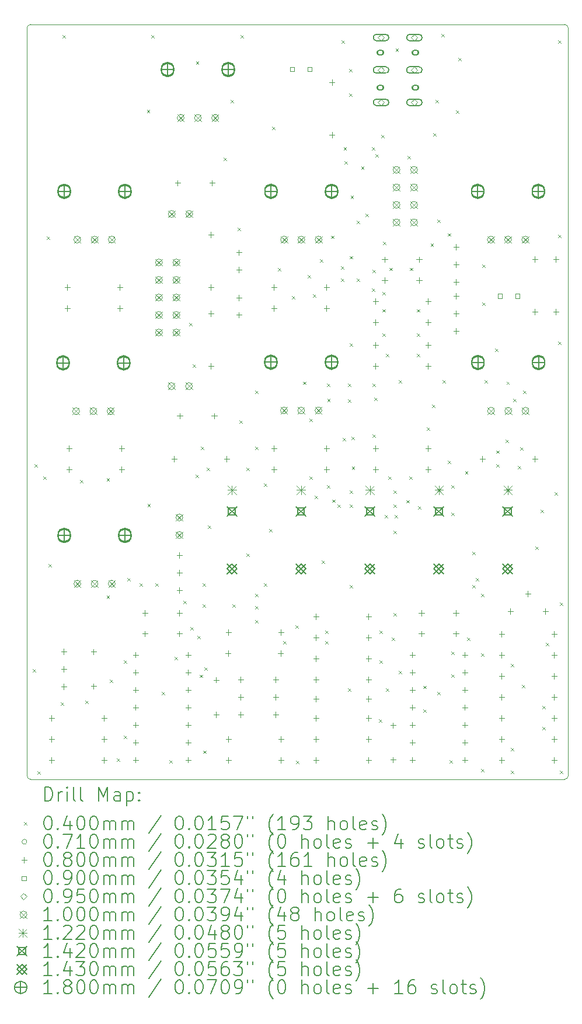
<source format=gbr>
%TF.GenerationSoftware,KiCad,Pcbnew,6.0.9-8da3e8f707~118~ubuntu22.10.1*%
%TF.CreationDate,2022-11-30T23:30:03+01:00*%
%TF.ProjectId,ilse,696c7365-2e6b-4696-9361-645f70636258,2*%
%TF.SameCoordinates,PX5702e0cPY22a4fe8*%
%TF.FileFunction,Drillmap*%
%TF.FilePolarity,Positive*%
%FSLAX45Y45*%
G04 Gerber Fmt 4.5, Leading zero omitted, Abs format (unit mm)*
G04 Created by KiCad (PCBNEW 6.0.9-8da3e8f707~118~ubuntu22.10.1) date 2022-11-30 23:30:03*
%MOMM*%
%LPD*%
G01*
G04 APERTURE LIST*
%ADD10C,0.050000*%
%ADD11C,0.200000*%
%ADD12C,0.040000*%
%ADD13C,0.071000*%
%ADD14C,0.080000*%
%ADD15C,0.090000*%
%ADD16C,0.095000*%
%ADD17C,0.100000*%
%ADD18C,0.122000*%
%ADD19C,0.142000*%
%ADD20C,0.143000*%
%ADD21C,0.180000*%
G04 APERTURE END LIST*
D10*
X7975600Y-10896600D02*
X7975600Y-50800D01*
X177800Y-10947400D02*
X7924800Y-10947400D01*
X127000Y-10896600D02*
X127000Y-50800D01*
X7924800Y0D02*
X177800Y0D01*
X7924800Y-10947400D02*
G75*
G03*
X7975600Y-10896600I0J50800D01*
G01*
X177800Y0D02*
G75*
G03*
X127000Y-50800I0J-50800D01*
G01*
X7975600Y-50800D02*
G75*
G03*
X7924800Y0I-50800J0D01*
G01*
X127000Y-10896600D02*
G75*
G03*
X177800Y-10947400I50800J0D01*
G01*
D11*
D12*
X208600Y-9352600D02*
X248600Y-9392600D01*
X248600Y-9352600D02*
X208600Y-9392600D01*
X234000Y-6380800D02*
X274000Y-6420800D01*
X274000Y-6380800D02*
X234000Y-6420800D01*
X280000Y-10830000D02*
X320000Y-10870000D01*
X320000Y-10830000D02*
X280000Y-10870000D01*
X361000Y-6558600D02*
X401000Y-6598600D01*
X401000Y-6558600D02*
X361000Y-6598600D01*
X411800Y-3078800D02*
X451800Y-3118800D01*
X451800Y-3078800D02*
X411800Y-3118800D01*
X437200Y-7828600D02*
X477200Y-7868600D01*
X477200Y-7828600D02*
X437200Y-7868600D01*
X615000Y-9835200D02*
X655000Y-9875200D01*
X655000Y-9835200D02*
X615000Y-9875200D01*
X640400Y-157800D02*
X680400Y-197800D01*
X680400Y-157800D02*
X640400Y-197800D01*
X894400Y-6609400D02*
X934400Y-6649400D01*
X934400Y-6609400D02*
X894400Y-6649400D01*
X970600Y-9809800D02*
X1010600Y-9849800D01*
X1010600Y-9809800D02*
X970600Y-9849800D01*
X1280000Y-6580000D02*
X1320000Y-6620000D01*
X1320000Y-6580000D02*
X1280000Y-6620000D01*
X1280000Y-8280000D02*
X1320000Y-8320000D01*
X1320000Y-8280000D02*
X1280000Y-8320000D01*
X1326200Y-9505000D02*
X1366200Y-9545000D01*
X1366200Y-9505000D02*
X1326200Y-9545000D01*
X1427800Y-10648000D02*
X1467800Y-10688000D01*
X1467800Y-10648000D02*
X1427800Y-10688000D01*
X1529400Y-9225600D02*
X1569400Y-9265600D01*
X1569400Y-9225600D02*
X1529400Y-9265600D01*
X1529400Y-10317800D02*
X1569400Y-10357800D01*
X1569400Y-10317800D02*
X1529400Y-10357800D01*
X1580200Y-8031800D02*
X1620200Y-8071800D01*
X1620200Y-8031800D02*
X1580200Y-8071800D01*
X1758000Y-8108000D02*
X1798000Y-8148000D01*
X1798000Y-8108000D02*
X1758000Y-8148000D01*
X1864680Y-1239840D02*
X1904680Y-1279840D01*
X1904680Y-1239840D02*
X1864680Y-1279840D01*
X1872300Y-6952300D02*
X1912300Y-6992300D01*
X1912300Y-6952300D02*
X1872300Y-6992300D01*
X1930720Y-152720D02*
X1970720Y-192720D01*
X1970720Y-152720D02*
X1930720Y-192720D01*
X1986600Y-8108000D02*
X2026600Y-8148000D01*
X2026600Y-8108000D02*
X1986600Y-8148000D01*
X2080000Y-9680000D02*
X2120000Y-9720000D01*
X2120000Y-9680000D02*
X2080000Y-9720000D01*
X2189800Y-10673400D02*
X2229800Y-10713400D01*
X2229800Y-10673400D02*
X2189800Y-10713400D01*
X2266000Y-9174800D02*
X2306000Y-9214800D01*
X2306000Y-9174800D02*
X2266000Y-9214800D01*
X2393000Y-8362000D02*
X2433000Y-8402000D01*
X2433000Y-8362000D02*
X2393000Y-8402000D01*
X2480000Y-4330000D02*
X2520000Y-4370000D01*
X2520000Y-4330000D02*
X2480000Y-4370000D01*
X2494600Y-8743000D02*
X2534600Y-8783000D01*
X2534600Y-8743000D02*
X2494600Y-8783000D01*
X2530000Y-4930000D02*
X2570000Y-4970000D01*
X2570000Y-4930000D02*
X2530000Y-4970000D01*
X2570800Y-6533200D02*
X2610800Y-6573200D01*
X2610800Y-6533200D02*
X2570800Y-6573200D01*
X2575880Y-533720D02*
X2615880Y-573720D01*
X2615880Y-533720D02*
X2575880Y-573720D01*
X2596200Y-8870000D02*
X2636200Y-8910000D01*
X2636200Y-8870000D02*
X2596200Y-8910000D01*
X2630000Y-9430000D02*
X2670000Y-9470000D01*
X2670000Y-9430000D02*
X2630000Y-9470000D01*
X2647140Y-6126660D02*
X2687140Y-6166660D01*
X2687140Y-6126660D02*
X2647140Y-6166660D01*
X2672400Y-8108000D02*
X2712400Y-8148000D01*
X2712400Y-8108000D02*
X2672400Y-8148000D01*
X2672400Y-8412800D02*
X2712400Y-8452800D01*
X2712400Y-8412800D02*
X2672400Y-8452800D01*
X2680000Y-10530000D02*
X2720000Y-10570000D01*
X2720000Y-10530000D02*
X2680000Y-10570000D01*
X2697800Y-9327200D02*
X2737800Y-9367200D01*
X2737800Y-9327200D02*
X2697800Y-9367200D01*
X2730000Y-6430000D02*
X2770000Y-6470000D01*
X2770000Y-6430000D02*
X2730000Y-6470000D01*
X2748600Y-7269800D02*
X2788600Y-7309800D01*
X2788600Y-7269800D02*
X2748600Y-7309800D01*
X2980000Y-1930000D02*
X3020000Y-1970000D01*
X3020000Y-1930000D02*
X2980000Y-1970000D01*
X3078800Y-1097600D02*
X3118800Y-1137600D01*
X3118800Y-1097600D02*
X3078800Y-1137600D01*
X3104200Y-8412800D02*
X3144200Y-8452800D01*
X3144200Y-8412800D02*
X3104200Y-8452800D01*
X3180400Y-2951800D02*
X3220400Y-2991800D01*
X3220400Y-2951800D02*
X3180400Y-2991800D01*
X3205800Y-5745800D02*
X3245800Y-5785800D01*
X3245800Y-5745800D02*
X3205800Y-5785800D01*
X3221040Y-152720D02*
X3261040Y-192720D01*
X3261040Y-152720D02*
X3221040Y-192720D01*
X3308410Y-6431460D02*
X3348410Y-6471460D01*
X3348410Y-6431460D02*
X3308410Y-6471460D01*
X3308410Y-7676200D02*
X3348410Y-7716200D01*
X3348410Y-7676200D02*
X3308410Y-7716200D01*
X3434400Y-8641400D02*
X3474400Y-8681400D01*
X3474400Y-8641400D02*
X3434400Y-8681400D01*
X3435410Y-5313860D02*
X3475410Y-5353860D01*
X3475410Y-5313860D02*
X3435410Y-5353860D01*
X3435410Y-6126660D02*
X3475410Y-6166660D01*
X3475410Y-6126660D02*
X3435410Y-6166660D01*
X3435410Y-8260260D02*
X3475410Y-8300260D01*
X3475410Y-8260260D02*
X3435410Y-8300260D01*
X3435410Y-8438060D02*
X3475410Y-8478060D01*
X3475410Y-8438060D02*
X3435410Y-8478060D01*
X3561400Y-6660200D02*
X3601400Y-6700200D01*
X3601400Y-6660200D02*
X3561400Y-6700200D01*
X3561400Y-8108000D02*
X3601400Y-8148000D01*
X3601400Y-8108000D02*
X3561400Y-8148000D01*
X3637600Y-7320600D02*
X3677600Y-7360600D01*
X3677600Y-7320600D02*
X3637600Y-7360600D01*
X3678240Y-1483680D02*
X3718240Y-1523680D01*
X3718240Y-1483680D02*
X3678240Y-1523680D01*
X3764600Y-3536000D02*
X3804600Y-3576000D01*
X3804600Y-3536000D02*
X3764600Y-3576000D01*
X3840800Y-8946200D02*
X3880800Y-8986200D01*
X3880800Y-8946200D02*
X3840800Y-8986200D01*
X3967800Y-3942400D02*
X4007800Y-3982400D01*
X4007800Y-3942400D02*
X3967800Y-3982400D01*
X4018600Y-8717600D02*
X4058600Y-8757600D01*
X4058600Y-8717600D02*
X4018600Y-8757600D01*
X4030000Y-10680000D02*
X4070000Y-10720000D01*
X4070000Y-10680000D02*
X4030000Y-10720000D01*
X4130000Y-5180000D02*
X4170000Y-5220000D01*
X4170000Y-5180000D02*
X4130000Y-5220000D01*
X4196400Y-3637600D02*
X4236400Y-3677600D01*
X4236400Y-3637600D02*
X4196400Y-3677600D01*
X4221800Y-5720400D02*
X4261800Y-5760400D01*
X4261800Y-5720400D02*
X4221800Y-5760400D01*
X4221800Y-6558600D02*
X4261800Y-6598600D01*
X4261800Y-6558600D02*
X4221800Y-6598600D01*
X4272600Y-3917000D02*
X4312600Y-3957000D01*
X4312600Y-3917000D02*
X4272600Y-3957000D01*
X4298000Y-6838000D02*
X4338000Y-6878000D01*
X4338000Y-6838000D02*
X4298000Y-6878000D01*
X4374200Y-3409000D02*
X4414200Y-3449000D01*
X4414200Y-3409000D02*
X4374200Y-3449000D01*
X4399600Y-7777800D02*
X4439600Y-7817800D01*
X4439600Y-7777800D02*
X4399600Y-7817800D01*
X4450400Y-8793800D02*
X4490400Y-8833800D01*
X4490400Y-8793800D02*
X4450400Y-8833800D01*
X4450400Y-8946200D02*
X4490400Y-8986200D01*
X4490400Y-8946200D02*
X4450400Y-8986200D01*
X4475800Y-5212400D02*
X4515800Y-5252400D01*
X4515800Y-5212400D02*
X4475800Y-5252400D01*
X4475800Y-6685600D02*
X4515800Y-6725600D01*
X4515800Y-6685600D02*
X4475800Y-6725600D01*
X4480000Y-5430000D02*
X4520000Y-5470000D01*
X4520000Y-5430000D02*
X4480000Y-5470000D01*
X4536760Y-3063560D02*
X4576760Y-3103560D01*
X4576760Y-3063560D02*
X4536760Y-3103560D01*
X4554338Y-6891138D02*
X4594338Y-6931138D01*
X4594338Y-6891138D02*
X4554338Y-6931138D01*
X4628200Y-6965000D02*
X4668200Y-7005000D01*
X4668200Y-6965000D02*
X4628200Y-7005000D01*
X4679000Y-3510600D02*
X4719000Y-3550600D01*
X4719000Y-3510600D02*
X4679000Y-3550600D01*
X4679000Y-3688400D02*
X4719000Y-3728400D01*
X4719000Y-3688400D02*
X4679000Y-3728400D01*
X4689160Y-228920D02*
X4729160Y-268920D01*
X4729160Y-228920D02*
X4689160Y-268920D01*
X4704400Y-5999800D02*
X4744400Y-6039800D01*
X4744400Y-5999800D02*
X4704400Y-6039800D01*
X4717100Y-1783400D02*
X4757100Y-1823400D01*
X4757100Y-1783400D02*
X4717100Y-1823400D01*
X4729800Y-1986600D02*
X4769800Y-2026600D01*
X4769800Y-1986600D02*
X4729800Y-2026600D01*
X4780000Y-9630000D02*
X4820000Y-9670000D01*
X4820000Y-9630000D02*
X4780000Y-9670000D01*
X4780600Y-5212400D02*
X4820600Y-5252400D01*
X4820600Y-5212400D02*
X4780600Y-5252400D01*
X4780600Y-5441000D02*
X4820600Y-5481000D01*
X4820600Y-5441000D02*
X4780600Y-5481000D01*
X4795840Y-645480D02*
X4835840Y-685480D01*
X4835840Y-645480D02*
X4795840Y-685480D01*
X4795840Y-1001080D02*
X4835840Y-1041080D01*
X4835840Y-1001080D02*
X4795840Y-1041080D01*
X4806000Y-6761800D02*
X4846000Y-6801800D01*
X4846000Y-6761800D02*
X4806000Y-6801800D01*
X4806000Y-6965000D02*
X4846000Y-7005000D01*
X4846000Y-6965000D02*
X4806000Y-7005000D01*
X4806000Y-8133400D02*
X4846000Y-8173400D01*
X4846000Y-8133400D02*
X4806000Y-8173400D01*
X4807010Y-4628060D02*
X4847010Y-4668060D01*
X4847010Y-4628060D02*
X4807010Y-4668060D01*
X4807570Y-3359210D02*
X4847570Y-3399210D01*
X4847570Y-3359210D02*
X4807570Y-3399210D01*
X4818700Y-2481900D02*
X4858700Y-2521900D01*
X4858700Y-2481900D02*
X4818700Y-2521900D01*
X4830000Y-5980000D02*
X4870000Y-6020000D01*
X4870000Y-5980000D02*
X4830000Y-6020000D01*
X4835735Y-6410535D02*
X4875735Y-6450535D01*
X4875735Y-6410535D02*
X4835735Y-6450535D01*
X4908610Y-2850060D02*
X4948610Y-2890060D01*
X4948610Y-2850060D02*
X4908610Y-2890060D01*
X4908610Y-3688260D02*
X4948610Y-3728260D01*
X4948610Y-3688260D02*
X4908610Y-3728260D01*
X4971100Y-2062800D02*
X5011100Y-2102800D01*
X5011100Y-2062800D02*
X4971100Y-2102800D01*
X5034600Y-2748600D02*
X5074600Y-2788600D01*
X5074600Y-2748600D02*
X5034600Y-2788600D01*
X5130000Y-1780000D02*
X5170000Y-1820000D01*
X5170000Y-1780000D02*
X5130000Y-1820000D01*
X5130000Y-3830000D02*
X5170000Y-3870000D01*
X5170000Y-3830000D02*
X5130000Y-3870000D01*
X5136200Y-3561400D02*
X5176200Y-3601400D01*
X5176200Y-3561400D02*
X5136200Y-3601400D01*
X5136200Y-5212400D02*
X5176200Y-5252400D01*
X5176200Y-5212400D02*
X5136200Y-5252400D01*
X5136200Y-5949000D02*
X5176200Y-5989000D01*
X5176200Y-5949000D02*
X5136200Y-5989000D01*
X5161600Y-5415600D02*
X5201600Y-5455600D01*
X5201600Y-5415600D02*
X5161600Y-5455600D01*
X5180000Y-1880000D02*
X5220000Y-1920000D01*
X5220000Y-1880000D02*
X5180000Y-1920000D01*
X5230000Y-10080000D02*
X5270000Y-10120000D01*
X5270000Y-10080000D02*
X5230000Y-10120000D01*
X5237800Y-8793800D02*
X5277800Y-8833800D01*
X5277800Y-8793800D02*
X5237800Y-8833800D01*
X5237800Y-9225600D02*
X5277800Y-9265600D01*
X5277800Y-9225600D02*
X5237800Y-9265600D01*
X5263200Y-1605600D02*
X5303200Y-1645600D01*
X5303200Y-1605600D02*
X5263200Y-1645600D01*
X5280000Y-3880000D02*
X5320000Y-3920000D01*
X5320000Y-3880000D02*
X5280000Y-3920000D01*
X5280000Y-4130000D02*
X5320000Y-4170000D01*
X5320000Y-4130000D02*
X5280000Y-4170000D01*
X5280000Y-4480000D02*
X5320000Y-4520000D01*
X5320000Y-4480000D02*
X5280000Y-4520000D01*
X5288600Y-3155000D02*
X5328600Y-3195000D01*
X5328600Y-3155000D02*
X5288600Y-3195000D01*
X5314000Y-7117400D02*
X5354000Y-7157400D01*
X5354000Y-7117400D02*
X5314000Y-7157400D01*
X5330000Y-4780000D02*
X5370000Y-4820000D01*
X5370000Y-4780000D02*
X5330000Y-4820000D01*
X5330000Y-9630000D02*
X5370000Y-9670000D01*
X5370000Y-9630000D02*
X5330000Y-9670000D01*
X5364800Y-6558600D02*
X5404800Y-6598600D01*
X5404800Y-6558600D02*
X5364800Y-6598600D01*
X5380000Y-3530000D02*
X5420000Y-3570000D01*
X5420000Y-3530000D02*
X5380000Y-3570000D01*
X5415600Y-8895400D02*
X5455600Y-8935400D01*
X5455600Y-8895400D02*
X5415600Y-8935400D01*
X5441000Y-6761800D02*
X5481000Y-6801800D01*
X5481000Y-6761800D02*
X5441000Y-6801800D01*
X5441000Y-6965000D02*
X5481000Y-7005000D01*
X5481000Y-6965000D02*
X5441000Y-7005000D01*
X5441000Y-7346000D02*
X5481000Y-7386000D01*
X5481000Y-7346000D02*
X5441000Y-7386000D01*
X5441000Y-8539800D02*
X5481000Y-8579800D01*
X5481000Y-8539800D02*
X5441000Y-8579800D01*
X5461160Y-7117400D02*
X5501160Y-7157400D01*
X5501160Y-7117400D02*
X5461160Y-7157400D01*
X5471480Y-350840D02*
X5511480Y-390840D01*
X5511480Y-350840D02*
X5471480Y-390840D01*
X5517200Y-9378000D02*
X5557200Y-9418000D01*
X5557200Y-9378000D02*
X5517200Y-9418000D01*
X5518210Y-5161460D02*
X5558210Y-5201460D01*
X5558210Y-5161460D02*
X5518210Y-5201460D01*
X5629162Y-6899162D02*
X5669162Y-6939162D01*
X5669162Y-6899162D02*
X5629162Y-6939162D01*
X5644200Y-1910400D02*
X5684200Y-1950400D01*
X5684200Y-1910400D02*
X5644200Y-1950400D01*
X5669600Y-6558600D02*
X5709600Y-6598600D01*
X5709600Y-6558600D02*
X5669600Y-6598600D01*
X5680000Y-3530000D02*
X5720000Y-3570000D01*
X5720000Y-3530000D02*
X5680000Y-3570000D01*
X5780000Y-4130000D02*
X5820000Y-4170000D01*
X5820000Y-4130000D02*
X5780000Y-4170000D01*
X5780000Y-4480000D02*
X5820000Y-4520000D01*
X5820000Y-4480000D02*
X5780000Y-4520000D01*
X5780000Y-4780000D02*
X5820000Y-4820000D01*
X5820000Y-4780000D02*
X5780000Y-4820000D01*
X5796600Y-6990400D02*
X5836600Y-7030400D01*
X5836600Y-6990400D02*
X5796600Y-7030400D01*
X5872800Y-9591310D02*
X5912800Y-9631310D01*
X5912800Y-9591310D02*
X5872800Y-9631310D01*
X5872800Y-9936800D02*
X5912800Y-9976800D01*
X5912800Y-9936800D02*
X5872800Y-9976800D01*
X5923600Y-5847400D02*
X5963600Y-5887400D01*
X5963600Y-5847400D02*
X5923600Y-5887400D01*
X5980000Y-3180000D02*
X6020000Y-3220000D01*
X6020000Y-3180000D02*
X5980000Y-3220000D01*
X5999800Y-5517200D02*
X6039800Y-5557200D01*
X6039800Y-5517200D02*
X5999800Y-5557200D01*
X6015040Y-1580200D02*
X6055040Y-1620200D01*
X6055040Y-1580200D02*
X6015040Y-1620200D01*
X6050600Y-1097600D02*
X6090600Y-1137600D01*
X6090600Y-1097600D02*
X6050600Y-1137600D01*
X6080000Y-2830000D02*
X6120000Y-2870000D01*
X6120000Y-2830000D02*
X6080000Y-2870000D01*
X6080000Y-9680000D02*
X6120000Y-9720000D01*
X6120000Y-9680000D02*
X6080000Y-9720000D01*
X6136960Y-137480D02*
X6176960Y-177480D01*
X6176960Y-137480D02*
X6136960Y-177480D01*
X6153210Y-5161460D02*
X6193210Y-5201460D01*
X6193210Y-5161460D02*
X6153210Y-5201460D01*
X6228400Y-6330000D02*
X6268400Y-6370000D01*
X6268400Y-6330000D02*
X6228400Y-6370000D01*
X6230000Y-3030000D02*
X6270000Y-3070000D01*
X6270000Y-3030000D02*
X6230000Y-3070000D01*
X6253800Y-10673400D02*
X6293800Y-10713400D01*
X6293800Y-10673400D02*
X6253800Y-10713400D01*
X6279200Y-9098600D02*
X6319200Y-9138600D01*
X6319200Y-9098600D02*
X6279200Y-9138600D01*
X6279200Y-9428800D02*
X6319200Y-9468800D01*
X6319200Y-9428800D02*
X6279200Y-9468800D01*
X6280000Y-6680000D02*
X6320000Y-6720000D01*
X6320000Y-6680000D02*
X6280000Y-6720000D01*
X6280000Y-7080000D02*
X6320000Y-7120000D01*
X6320000Y-7080000D02*
X6280000Y-7120000D01*
X6350320Y-1244920D02*
X6390320Y-1284920D01*
X6390320Y-1244920D02*
X6350320Y-1284920D01*
X6380800Y-482920D02*
X6420800Y-522920D01*
X6420800Y-482920D02*
X6380800Y-522920D01*
X6480000Y-6480000D02*
X6520000Y-6520000D01*
X6520000Y-6480000D02*
X6480000Y-6520000D01*
X6507800Y-8895400D02*
X6547800Y-8935400D01*
X6547800Y-8895400D02*
X6507800Y-8935400D01*
X6584000Y-7650800D02*
X6624000Y-7690800D01*
X6624000Y-7650800D02*
X6584000Y-7690800D01*
X6584000Y-8133400D02*
X6624000Y-8173400D01*
X6624000Y-8133400D02*
X6584000Y-8173400D01*
X6634800Y-8031800D02*
X6674800Y-8071800D01*
X6674800Y-8031800D02*
X6634800Y-8071800D01*
X6711000Y-8260400D02*
X6751000Y-8300400D01*
X6751000Y-8260400D02*
X6711000Y-8300400D01*
X6712010Y-10800260D02*
X6752010Y-10840260D01*
X6752010Y-10800260D02*
X6712010Y-10840260D01*
X6712650Y-9123360D02*
X6752650Y-9163360D01*
X6752650Y-9123360D02*
X6712650Y-9163360D01*
X6730000Y-3480000D02*
X6770000Y-3520000D01*
X6770000Y-3480000D02*
X6730000Y-3520000D01*
X6730000Y-4030000D02*
X6770000Y-4070000D01*
X6770000Y-4030000D02*
X6730000Y-4070000D01*
X6761800Y-5161600D02*
X6801800Y-5201600D01*
X6801800Y-5161600D02*
X6761800Y-5201600D01*
X6914200Y-4704400D02*
X6954200Y-4744400D01*
X6954200Y-4704400D02*
X6914200Y-4744400D01*
X6930000Y-6180000D02*
X6970000Y-6220000D01*
X6970000Y-6180000D02*
X6930000Y-6220000D01*
X6930000Y-6380000D02*
X6970000Y-6420000D01*
X6970000Y-6380000D02*
X6930000Y-6420000D01*
X7066600Y-6025200D02*
X7106600Y-6065200D01*
X7106600Y-6025200D02*
X7066600Y-6065200D01*
X7080000Y-5180000D02*
X7120000Y-5220000D01*
X7120000Y-5180000D02*
X7080000Y-5220000D01*
X7142800Y-9276400D02*
X7182800Y-9316400D01*
X7182800Y-9276400D02*
X7142800Y-9316400D01*
X7142800Y-10495600D02*
X7182800Y-10535600D01*
X7182800Y-10495600D02*
X7142800Y-10535600D01*
X7142800Y-10825800D02*
X7182800Y-10865800D01*
X7182800Y-10825800D02*
X7142800Y-10865800D01*
X7180000Y-5430000D02*
X7220000Y-5470000D01*
X7220000Y-5430000D02*
X7180000Y-5470000D01*
X7244400Y-6406200D02*
X7284400Y-6446200D01*
X7284400Y-6406200D02*
X7244400Y-6446200D01*
X7280000Y-6130000D02*
X7320000Y-6170000D01*
X7320000Y-6130000D02*
X7280000Y-6170000D01*
X7302720Y-9581200D02*
X7342720Y-9621200D01*
X7342720Y-9581200D02*
X7302720Y-9621200D01*
X7321610Y-5313860D02*
X7361610Y-5353860D01*
X7361610Y-5313860D02*
X7321610Y-5353860D01*
X7498400Y-7574600D02*
X7538400Y-7614600D01*
X7538400Y-7574600D02*
X7498400Y-7614600D01*
X7574600Y-7041200D02*
X7614600Y-7081200D01*
X7614600Y-7041200D02*
X7574600Y-7081200D01*
X7600000Y-9886000D02*
X7640000Y-9926000D01*
X7640000Y-9886000D02*
X7600000Y-9926000D01*
X7600000Y-10190800D02*
X7640000Y-10230800D01*
X7640000Y-10190800D02*
X7600000Y-10230800D01*
X7650800Y-8971600D02*
X7690800Y-9011600D01*
X7690800Y-8971600D02*
X7650800Y-9011600D01*
X7777800Y-6787200D02*
X7817800Y-6827200D01*
X7817800Y-6787200D02*
X7777800Y-6827200D01*
X7828600Y-234000D02*
X7868600Y-274000D01*
X7868600Y-234000D02*
X7828600Y-274000D01*
X7828600Y-3053400D02*
X7868600Y-3093400D01*
X7868600Y-3053400D02*
X7828600Y-3093400D01*
X7828600Y-4602800D02*
X7868600Y-4642800D01*
X7868600Y-4602800D02*
X7828600Y-4642800D01*
X7854000Y-8387400D02*
X7894000Y-8427400D01*
X7894000Y-8387400D02*
X7854000Y-8427400D01*
X7854000Y-10825800D02*
X7894000Y-10865800D01*
X7894000Y-10825800D02*
X7854000Y-10865800D01*
D13*
X5285930Y-408840D02*
G75*
G03*
X5285930Y-408840I-35500J0D01*
G01*
D11*
X5262930Y-373340D02*
X5237930Y-373340D01*
X5262930Y-444340D02*
X5237930Y-444340D01*
X5237930Y-373340D02*
G75*
G03*
X5237930Y-444340I0J-35500D01*
G01*
X5262930Y-444340D02*
G75*
G03*
X5262930Y-373340I0J35500D01*
G01*
D13*
X5285930Y-916840D02*
G75*
G03*
X5285930Y-916840I-35500J0D01*
G01*
D11*
X5262930Y-881340D02*
X5237930Y-881340D01*
X5262930Y-952340D02*
X5237930Y-952340D01*
X5237930Y-881340D02*
G75*
G03*
X5237930Y-952340I0J-35500D01*
G01*
X5262930Y-952340D02*
G75*
G03*
X5262930Y-881340I0J35500D01*
G01*
D13*
X5794430Y-408840D02*
G75*
G03*
X5794430Y-408840I-35500J0D01*
G01*
D11*
X5771430Y-373340D02*
X5746430Y-373340D01*
X5771430Y-444340D02*
X5746430Y-444340D01*
X5746430Y-373340D02*
G75*
G03*
X5746430Y-444340I0J-35500D01*
G01*
X5771430Y-444340D02*
G75*
G03*
X5771430Y-373340I0J35500D01*
G01*
D13*
X5794430Y-916840D02*
G75*
G03*
X5794430Y-916840I-35500J0D01*
G01*
D11*
X5771430Y-881340D02*
X5746430Y-881340D01*
X5771430Y-952340D02*
X5746430Y-952340D01*
X5746430Y-881340D02*
G75*
G03*
X5746430Y-952340I0J-35500D01*
G01*
X5771430Y-952340D02*
G75*
G03*
X5771430Y-881340I0J35500D01*
G01*
D14*
X483610Y-10018260D02*
X483610Y-10098260D01*
X443610Y-10058260D02*
X523610Y-10058260D01*
X483610Y-10323060D02*
X483610Y-10403060D01*
X443610Y-10363060D02*
X523610Y-10363060D01*
X483610Y-10627860D02*
X483610Y-10707860D01*
X443610Y-10667860D02*
X523610Y-10667860D01*
X661410Y-9053060D02*
X661410Y-9133060D01*
X621410Y-9093060D02*
X701410Y-9093060D01*
X661410Y-9307060D02*
X661410Y-9387060D01*
X621410Y-9347060D02*
X701410Y-9347060D01*
X661410Y-9561060D02*
X661410Y-9641060D01*
X621410Y-9601060D02*
X701410Y-9601060D01*
X712210Y-3769860D02*
X712210Y-3849860D01*
X672210Y-3809860D02*
X752210Y-3809860D01*
X712210Y-4074660D02*
X712210Y-4154660D01*
X672210Y-4114660D02*
X752210Y-4114660D01*
X737610Y-6106660D02*
X737610Y-6186660D01*
X697610Y-6146660D02*
X777610Y-6146660D01*
X737610Y-6411460D02*
X737610Y-6491460D01*
X697610Y-6451460D02*
X777610Y-6451460D01*
X1093210Y-9057060D02*
X1093210Y-9137060D01*
X1053210Y-9097060D02*
X1133210Y-9097060D01*
X1093210Y-9557060D02*
X1093210Y-9637060D01*
X1053210Y-9597060D02*
X1133210Y-9597060D01*
X1245610Y-10018260D02*
X1245610Y-10098260D01*
X1205610Y-10058260D02*
X1285610Y-10058260D01*
X1245610Y-10323060D02*
X1245610Y-10403060D01*
X1205610Y-10363060D02*
X1285610Y-10363060D01*
X1245610Y-10627860D02*
X1245610Y-10707860D01*
X1205610Y-10667860D02*
X1285610Y-10667860D01*
X1474210Y-3769860D02*
X1474210Y-3849860D01*
X1434210Y-3809860D02*
X1514210Y-3809860D01*
X1474210Y-4074660D02*
X1474210Y-4154660D01*
X1434210Y-4114660D02*
X1514210Y-4114660D01*
X1499610Y-6106660D02*
X1499610Y-6186660D01*
X1459610Y-6146660D02*
X1539610Y-6146660D01*
X1499610Y-6411460D02*
X1499610Y-6491460D01*
X1459610Y-6451460D02*
X1539610Y-6451460D01*
X1701810Y-9103360D02*
X1701810Y-9183360D01*
X1661810Y-9143360D02*
X1741810Y-9143360D01*
X1701810Y-9357360D02*
X1701810Y-9437360D01*
X1661810Y-9397360D02*
X1741810Y-9397360D01*
X1701810Y-9611360D02*
X1701810Y-9691360D01*
X1661810Y-9651360D02*
X1741810Y-9651360D01*
X1701810Y-9865360D02*
X1701810Y-9945360D01*
X1661810Y-9905360D02*
X1741810Y-9905360D01*
X1701810Y-10119360D02*
X1701810Y-10199360D01*
X1661810Y-10159360D02*
X1741810Y-10159360D01*
X1701810Y-10373360D02*
X1701810Y-10453360D01*
X1661810Y-10413360D02*
X1741810Y-10413360D01*
X1701810Y-10627360D02*
X1701810Y-10707360D01*
X1661810Y-10667360D02*
X1741810Y-10667360D01*
X1837810Y-8494260D02*
X1837810Y-8574260D01*
X1797810Y-8534260D02*
X1877810Y-8534260D01*
X1837810Y-8794260D02*
X1837810Y-8874260D01*
X1797810Y-8834260D02*
X1877810Y-8834260D01*
X2261610Y-6259060D02*
X2261610Y-6339060D01*
X2221610Y-6299060D02*
X2301610Y-6299060D01*
X2311400Y-2258700D02*
X2311400Y-2338700D01*
X2271400Y-2298700D02*
X2351400Y-2298700D01*
X2337810Y-7656060D02*
X2337810Y-7736060D01*
X2297810Y-7696060D02*
X2377810Y-7696060D01*
X2337810Y-7910060D02*
X2337810Y-7990060D01*
X2297810Y-7950060D02*
X2377810Y-7950060D01*
X2337810Y-8164060D02*
X2337810Y-8244060D01*
X2297810Y-8204060D02*
X2377810Y-8204060D01*
X2337810Y-8494260D02*
X2337810Y-8574260D01*
X2297810Y-8534260D02*
X2377810Y-8534260D01*
X2337810Y-8794260D02*
X2337810Y-8874260D01*
X2297810Y-8834260D02*
X2377810Y-8834260D01*
X2340800Y-5636900D02*
X2340800Y-5716900D01*
X2300800Y-5676900D02*
X2380800Y-5676900D01*
X2463810Y-9103360D02*
X2463810Y-9183360D01*
X2423810Y-9143360D02*
X2503810Y-9143360D01*
X2463810Y-9357360D02*
X2463810Y-9437360D01*
X2423810Y-9397360D02*
X2503810Y-9397360D01*
X2463810Y-9611360D02*
X2463810Y-9691360D01*
X2423810Y-9651360D02*
X2503810Y-9651360D01*
X2463810Y-9865360D02*
X2463810Y-9945360D01*
X2423810Y-9905360D02*
X2503810Y-9905360D01*
X2463810Y-10119360D02*
X2463810Y-10199360D01*
X2423810Y-10159360D02*
X2503810Y-10159360D01*
X2463810Y-10373360D02*
X2463810Y-10453360D01*
X2423810Y-10413360D02*
X2503810Y-10413360D01*
X2463810Y-10627360D02*
X2463810Y-10707360D01*
X2423810Y-10667360D02*
X2503810Y-10667360D01*
X2795010Y-3007860D02*
X2795010Y-3087860D01*
X2755010Y-3047860D02*
X2835010Y-3047860D01*
X2795010Y-3769860D02*
X2795010Y-3849860D01*
X2755010Y-3809860D02*
X2835010Y-3809860D01*
X2795010Y-4150860D02*
X2795010Y-4230860D01*
X2755010Y-4190860D02*
X2835010Y-4190860D01*
X2795010Y-4912860D02*
X2795010Y-4992860D01*
X2755010Y-4952860D02*
X2835010Y-4952860D01*
X2811400Y-2258700D02*
X2811400Y-2338700D01*
X2771400Y-2298700D02*
X2851400Y-2298700D01*
X2840800Y-5636900D02*
X2840800Y-5716900D01*
X2800800Y-5676900D02*
X2880800Y-5676900D01*
X2871210Y-9467460D02*
X2871210Y-9547460D01*
X2831210Y-9507460D02*
X2911210Y-9507460D01*
X2871210Y-9967460D02*
X2871210Y-10047460D01*
X2831210Y-10007460D02*
X2911210Y-10007460D01*
X3023610Y-6259060D02*
X3023610Y-6339060D01*
X2983610Y-6299060D02*
X3063610Y-6299060D01*
X3042710Y-9078390D02*
X3042710Y-9158390D01*
X3002710Y-9118390D02*
X3082710Y-9118390D01*
X3049010Y-8773660D02*
X3049010Y-8853660D01*
X3009010Y-8813660D02*
X3089010Y-8813660D01*
X3049010Y-10323060D02*
X3049010Y-10403060D01*
X3009010Y-10363060D02*
X3089010Y-10363060D01*
X3049010Y-10627860D02*
X3049010Y-10707860D01*
X3009010Y-10667860D02*
X3089010Y-10667860D01*
X3201410Y-3265860D02*
X3201410Y-3345860D01*
X3161410Y-3305860D02*
X3241410Y-3305860D01*
X3201410Y-3515860D02*
X3201410Y-3595860D01*
X3161410Y-3555860D02*
X3241410Y-3555860D01*
X3201410Y-3922260D02*
X3201410Y-4002260D01*
X3161410Y-3962260D02*
X3241410Y-3962260D01*
X3201410Y-4172260D02*
X3201410Y-4252260D01*
X3161410Y-4212260D02*
X3241410Y-4212260D01*
X3226810Y-9459460D02*
X3226810Y-9539460D01*
X3186810Y-9499460D02*
X3266810Y-9499460D01*
X3226810Y-9713460D02*
X3226810Y-9793460D01*
X3186810Y-9753460D02*
X3266810Y-9753460D01*
X3226810Y-9967460D02*
X3226810Y-10047460D01*
X3186810Y-10007460D02*
X3266810Y-10007460D01*
X3709410Y-3769860D02*
X3709410Y-3849860D01*
X3669410Y-3809860D02*
X3749410Y-3809860D01*
X3709410Y-4074660D02*
X3709410Y-4154660D01*
X3669410Y-4114660D02*
X3749410Y-4114660D01*
X3709410Y-6106660D02*
X3709410Y-6186660D01*
X3669410Y-6146660D02*
X3749410Y-6146660D01*
X3709410Y-6411460D02*
X3709410Y-6491460D01*
X3669410Y-6451460D02*
X3749410Y-6451460D01*
X3734810Y-9459460D02*
X3734810Y-9539460D01*
X3694810Y-9499460D02*
X3774810Y-9499460D01*
X3734810Y-9713460D02*
X3734810Y-9793460D01*
X3694810Y-9753460D02*
X3774810Y-9753460D01*
X3734810Y-9967460D02*
X3734810Y-10047460D01*
X3694810Y-10007460D02*
X3774810Y-10007460D01*
X3804710Y-9078390D02*
X3804710Y-9158390D01*
X3764710Y-9118390D02*
X3844710Y-9118390D01*
X3811010Y-8773660D02*
X3811010Y-8853660D01*
X3771010Y-8813660D02*
X3851010Y-8813660D01*
X3811010Y-10323060D02*
X3811010Y-10403060D01*
X3771010Y-10363060D02*
X3851010Y-10363060D01*
X3811010Y-10627860D02*
X3811010Y-10707860D01*
X3771010Y-10667860D02*
X3851010Y-10667860D01*
X4319010Y-8545060D02*
X4319010Y-8625060D01*
X4279010Y-8585060D02*
X4359010Y-8585060D01*
X4319010Y-8849860D02*
X4319010Y-8929860D01*
X4279010Y-8889860D02*
X4359010Y-8889860D01*
X4319010Y-9154660D02*
X4319010Y-9234660D01*
X4279010Y-9194660D02*
X4359010Y-9194660D01*
X4319010Y-9459460D02*
X4319010Y-9539460D01*
X4279010Y-9499460D02*
X4359010Y-9499460D01*
X4319010Y-9738860D02*
X4319010Y-9818860D01*
X4279010Y-9778860D02*
X4359010Y-9778860D01*
X4319010Y-10018260D02*
X4319010Y-10098260D01*
X4279010Y-10058260D02*
X4359010Y-10058260D01*
X4319010Y-10323060D02*
X4319010Y-10403060D01*
X4279010Y-10363060D02*
X4359010Y-10363060D01*
X4319010Y-10627860D02*
X4319010Y-10707860D01*
X4279010Y-10667860D02*
X4359010Y-10667860D01*
X4471410Y-3769860D02*
X4471410Y-3849860D01*
X4431410Y-3809860D02*
X4511410Y-3809860D01*
X4471410Y-4074660D02*
X4471410Y-4154660D01*
X4431410Y-4114660D02*
X4511410Y-4114660D01*
X4471410Y-6106660D02*
X4471410Y-6186660D01*
X4431410Y-6146660D02*
X4511410Y-6146660D01*
X4471410Y-6411460D02*
X4471410Y-6491460D01*
X4431410Y-6451460D02*
X4511410Y-6451460D01*
X4550000Y-798000D02*
X4550000Y-878000D01*
X4510000Y-838000D02*
X4590000Y-838000D01*
X4550000Y-1560000D02*
X4550000Y-1640000D01*
X4510000Y-1600000D02*
X4590000Y-1600000D01*
X5081010Y-8545060D02*
X5081010Y-8625060D01*
X5041010Y-8585060D02*
X5121010Y-8585060D01*
X5081010Y-8849860D02*
X5081010Y-8929860D01*
X5041010Y-8889860D02*
X5121010Y-8889860D01*
X5081010Y-9154660D02*
X5081010Y-9234660D01*
X5041010Y-9194660D02*
X5121010Y-9194660D01*
X5081010Y-9459460D02*
X5081010Y-9539460D01*
X5041010Y-9499460D02*
X5121010Y-9499460D01*
X5081010Y-9738860D02*
X5081010Y-9818860D01*
X5041010Y-9778860D02*
X5121010Y-9778860D01*
X5081010Y-10018260D02*
X5081010Y-10098260D01*
X5041010Y-10058260D02*
X5121010Y-10058260D01*
X5081010Y-10323060D02*
X5081010Y-10403060D01*
X5041010Y-10363060D02*
X5121010Y-10363060D01*
X5081010Y-10627860D02*
X5081010Y-10707860D01*
X5041010Y-10667860D02*
X5121010Y-10667860D01*
X5182610Y-3974660D02*
X5182610Y-4054660D01*
X5142610Y-4014660D02*
X5222610Y-4014660D01*
X5182610Y-4277860D02*
X5182610Y-4357860D01*
X5142610Y-4317860D02*
X5222610Y-4317860D01*
X5182610Y-4608060D02*
X5182610Y-4688060D01*
X5142610Y-4648060D02*
X5222610Y-4648060D01*
X5182610Y-4912860D02*
X5182610Y-4992860D01*
X5142610Y-4952860D02*
X5222610Y-4952860D01*
X5182610Y-6106660D02*
X5182610Y-6186660D01*
X5142610Y-6146660D02*
X5222610Y-6146660D01*
X5182610Y-6411460D02*
X5182610Y-6491460D01*
X5142610Y-6451460D02*
X5222610Y-6451460D01*
X5313610Y-3368260D02*
X5313610Y-3448260D01*
X5273610Y-3408260D02*
X5353610Y-3408260D01*
X5313610Y-3671460D02*
X5313610Y-3751460D01*
X5273610Y-3711460D02*
X5353610Y-3711460D01*
X5436610Y-10123860D02*
X5436610Y-10203860D01*
X5396610Y-10163860D02*
X5476610Y-10163860D01*
X5436610Y-10623860D02*
X5436610Y-10703860D01*
X5396610Y-10663860D02*
X5476610Y-10663860D01*
X5715010Y-9103360D02*
X5715010Y-9183360D01*
X5675010Y-9143360D02*
X5755010Y-9143360D01*
X5715010Y-9357360D02*
X5715010Y-9437360D01*
X5675010Y-9397360D02*
X5755010Y-9397360D01*
X5715010Y-9611360D02*
X5715010Y-9691360D01*
X5675010Y-9651360D02*
X5755010Y-9651360D01*
X5715010Y-9865360D02*
X5715010Y-9945360D01*
X5675010Y-9905360D02*
X5755010Y-9905360D01*
X5715010Y-10119360D02*
X5715010Y-10199360D01*
X5675010Y-10159360D02*
X5755010Y-10159360D01*
X5715010Y-10373360D02*
X5715010Y-10453360D01*
X5675010Y-10413360D02*
X5755010Y-10413360D01*
X5715010Y-10627360D02*
X5715010Y-10707360D01*
X5675010Y-10667360D02*
X5755010Y-10667360D01*
X5813610Y-3368260D02*
X5813610Y-3448260D01*
X5773610Y-3408260D02*
X5853610Y-3408260D01*
X5813610Y-3671460D02*
X5813610Y-3751460D01*
X5773610Y-3711460D02*
X5853610Y-3711460D01*
X5847010Y-8494260D02*
X5847010Y-8574260D01*
X5807010Y-8534260D02*
X5887010Y-8534260D01*
X5847010Y-8794260D02*
X5847010Y-8874260D01*
X5807010Y-8834260D02*
X5887010Y-8834260D01*
X5944610Y-3974660D02*
X5944610Y-4054660D01*
X5904610Y-4014660D02*
X5984610Y-4014660D01*
X5944610Y-4277860D02*
X5944610Y-4357860D01*
X5904610Y-4317860D02*
X5984610Y-4317860D01*
X5944610Y-4608060D02*
X5944610Y-4688060D01*
X5904610Y-4648060D02*
X5984610Y-4648060D01*
X5944610Y-4912860D02*
X5944610Y-4992860D01*
X5904610Y-4952860D02*
X5984610Y-4952860D01*
X5944610Y-6106660D02*
X5944610Y-6186660D01*
X5904610Y-6146660D02*
X5984610Y-6146660D01*
X5944610Y-6411460D02*
X5944610Y-6491460D01*
X5904610Y-6451460D02*
X5984610Y-6451460D01*
X6347010Y-8494260D02*
X6347010Y-8574260D01*
X6307010Y-8534260D02*
X6387010Y-8534260D01*
X6347010Y-8794260D02*
X6347010Y-8874260D01*
X6307010Y-8834260D02*
X6387010Y-8834260D01*
X6351010Y-3185660D02*
X6351010Y-3265660D01*
X6311010Y-3225660D02*
X6391010Y-3225660D01*
X6351010Y-3439660D02*
X6351010Y-3519660D01*
X6311010Y-3479660D02*
X6391010Y-3479660D01*
X6351010Y-3693660D02*
X6351010Y-3773660D01*
X6311010Y-3733660D02*
X6391010Y-3733660D01*
X6351010Y-3896860D02*
X6351010Y-3976860D01*
X6311010Y-3936860D02*
X6391010Y-3936860D01*
X6351010Y-4150860D02*
X6351010Y-4230860D01*
X6311010Y-4190860D02*
X6391010Y-4190860D01*
X6351010Y-4404860D02*
X6351010Y-4484860D01*
X6311010Y-4444860D02*
X6391010Y-4444860D01*
X6477010Y-9103360D02*
X6477010Y-9183360D01*
X6437010Y-9143360D02*
X6517010Y-9143360D01*
X6477010Y-9357360D02*
X6477010Y-9437360D01*
X6437010Y-9397360D02*
X6517010Y-9397360D01*
X6477010Y-9611360D02*
X6477010Y-9691360D01*
X6437010Y-9651360D02*
X6517010Y-9651360D01*
X6477010Y-9865360D02*
X6477010Y-9945360D01*
X6437010Y-9905360D02*
X6517010Y-9905360D01*
X6477010Y-10119360D02*
X6477010Y-10199360D01*
X6437010Y-10159360D02*
X6517010Y-10159360D01*
X6477010Y-10373360D02*
X6477010Y-10453360D01*
X6437010Y-10413360D02*
X6517010Y-10413360D01*
X6477010Y-10627360D02*
X6477010Y-10707360D01*
X6437010Y-10667360D02*
X6517010Y-10667360D01*
X6732010Y-6259060D02*
X6732010Y-6339060D01*
X6692010Y-6299060D02*
X6772010Y-6299060D01*
X7011410Y-8799060D02*
X7011410Y-8879060D01*
X6971410Y-8839060D02*
X7051410Y-8839060D01*
X7011410Y-9103860D02*
X7011410Y-9183860D01*
X6971410Y-9143860D02*
X7051410Y-9143860D01*
X7011410Y-9408660D02*
X7011410Y-9488660D01*
X6971410Y-9448660D02*
X7051410Y-9448660D01*
X7011410Y-9713460D02*
X7011410Y-9793460D01*
X6971410Y-9753460D02*
X7051410Y-9753460D01*
X7011410Y-10018260D02*
X7011410Y-10098260D01*
X6971410Y-10058260D02*
X7051410Y-10058260D01*
X7011410Y-10323060D02*
X7011410Y-10403060D01*
X6971410Y-10363060D02*
X7051410Y-10363060D01*
X7011410Y-10627860D02*
X7011410Y-10707860D01*
X6971410Y-10667860D02*
X7051410Y-10667860D01*
X7137400Y-8469000D02*
X7137400Y-8549000D01*
X7097400Y-8509000D02*
X7177400Y-8509000D01*
X7391400Y-8215000D02*
X7391400Y-8295000D01*
X7351400Y-8255000D02*
X7431400Y-8255000D01*
X7494010Y-3363460D02*
X7494010Y-3443460D01*
X7454010Y-3403460D02*
X7534010Y-3403460D01*
X7494010Y-4125460D02*
X7494010Y-4205460D01*
X7454010Y-4165460D02*
X7534010Y-4165460D01*
X7494010Y-6259060D02*
X7494010Y-6339060D01*
X7454010Y-6299060D02*
X7534010Y-6299060D01*
X7645400Y-8469000D02*
X7645400Y-8549000D01*
X7605400Y-8509000D02*
X7685400Y-8509000D01*
X7773410Y-8799060D02*
X7773410Y-8879060D01*
X7733410Y-8839060D02*
X7813410Y-8839060D01*
X7773410Y-9103860D02*
X7773410Y-9183860D01*
X7733410Y-9143860D02*
X7813410Y-9143860D01*
X7773410Y-9408660D02*
X7773410Y-9488660D01*
X7733410Y-9448660D02*
X7813410Y-9448660D01*
X7773410Y-9713460D02*
X7773410Y-9793460D01*
X7733410Y-9753460D02*
X7813410Y-9753460D01*
X7773410Y-10018260D02*
X7773410Y-10098260D01*
X7733410Y-10058260D02*
X7813410Y-10058260D01*
X7773410Y-10323060D02*
X7773410Y-10403060D01*
X7733410Y-10363060D02*
X7813410Y-10363060D01*
X7773410Y-10627860D02*
X7773410Y-10707860D01*
X7733410Y-10667860D02*
X7813410Y-10667860D01*
X7798810Y-3363460D02*
X7798810Y-3443460D01*
X7758810Y-3403460D02*
X7838810Y-3403460D01*
X7798810Y-4125460D02*
X7798810Y-4205460D01*
X7758810Y-4165460D02*
X7838810Y-4165460D01*
D15*
X4004320Y-681820D02*
X4004320Y-618180D01*
X3940680Y-618180D01*
X3940680Y-681820D01*
X4004320Y-681820D01*
X4258320Y-681820D02*
X4258320Y-618180D01*
X4194680Y-618180D01*
X4194680Y-681820D01*
X4258320Y-681820D01*
X7017330Y-3968820D02*
X7017330Y-3905180D01*
X6953690Y-3905180D01*
X6953690Y-3968820D01*
X7017330Y-3968820D01*
X7271330Y-3968820D02*
X7271330Y-3905180D01*
X7207690Y-3905180D01*
X7207690Y-3968820D01*
X7271330Y-3968820D01*
D16*
X5260940Y-237900D02*
X5308440Y-190400D01*
X5260940Y-142900D01*
X5213440Y-190400D01*
X5260940Y-237900D01*
D11*
X5325940Y-142900D02*
X5195940Y-142900D01*
X5325940Y-237900D02*
X5195940Y-237900D01*
X5195940Y-142900D02*
G75*
G03*
X5195940Y-237900I0J-47500D01*
G01*
X5325940Y-237900D02*
G75*
G03*
X5325940Y-142900I0J47500D01*
G01*
D16*
X5260940Y-707900D02*
X5308440Y-660400D01*
X5260940Y-612900D01*
X5213440Y-660400D01*
X5260940Y-707900D01*
D11*
X5325940Y-612900D02*
X5195940Y-612900D01*
X5325940Y-707900D02*
X5195940Y-707900D01*
X5195940Y-612900D02*
G75*
G03*
X5195940Y-707900I0J-47500D01*
G01*
X5325940Y-707900D02*
G75*
G03*
X5325940Y-612900I0J47500D01*
G01*
D16*
X5260940Y-1177900D02*
X5308440Y-1130400D01*
X5260940Y-1082900D01*
X5213440Y-1130400D01*
X5260940Y-1177900D01*
D11*
X5325940Y-1082900D02*
X5195940Y-1082900D01*
X5325940Y-1177900D02*
X5195940Y-1177900D01*
X5195940Y-1082900D02*
G75*
G03*
X5195940Y-1177900I0J-47500D01*
G01*
X5325940Y-1177900D02*
G75*
G03*
X5325940Y-1082900I0J47500D01*
G01*
D16*
X5743940Y-237900D02*
X5791440Y-190400D01*
X5743940Y-142900D01*
X5696440Y-190400D01*
X5743940Y-237900D01*
D11*
X5808940Y-142900D02*
X5678940Y-142900D01*
X5808940Y-237900D02*
X5678940Y-237900D01*
X5678940Y-142900D02*
G75*
G03*
X5678940Y-237900I0J-47500D01*
G01*
X5808940Y-237900D02*
G75*
G03*
X5808940Y-142900I0J47500D01*
G01*
D16*
X5743940Y-707900D02*
X5791440Y-660400D01*
X5743940Y-612900D01*
X5696440Y-660400D01*
X5743940Y-707900D01*
D11*
X5808940Y-612900D02*
X5678940Y-612900D01*
X5808940Y-707900D02*
X5678940Y-707900D01*
X5678940Y-612900D02*
G75*
G03*
X5678940Y-707900I0J-47500D01*
G01*
X5808940Y-707900D02*
G75*
G03*
X5808940Y-612900I0J47500D01*
G01*
D16*
X5743940Y-1177900D02*
X5791440Y-1130400D01*
X5743940Y-1082900D01*
X5696440Y-1130400D01*
X5743940Y-1177900D01*
D11*
X5808940Y-1082900D02*
X5678940Y-1082900D01*
X5808940Y-1177900D02*
X5678940Y-1177900D01*
X5678940Y-1082900D02*
G75*
G03*
X5678940Y-1177900I0J-47500D01*
G01*
X5808940Y-1177900D02*
G75*
G03*
X5808940Y-1082900I0J47500D01*
G01*
D17*
X788210Y-5558260D02*
X888210Y-5658260D01*
X888210Y-5558260D02*
X788210Y-5658260D01*
X888210Y-5608260D02*
G75*
G03*
X888210Y-5608260I-50000J0D01*
G01*
X805710Y-3070760D02*
X905710Y-3170760D01*
X905710Y-3070760D02*
X805710Y-3170760D01*
X905710Y-3120760D02*
G75*
G03*
X905710Y-3120760I-50000J0D01*
G01*
X805710Y-8060760D02*
X905710Y-8160760D01*
X905710Y-8060760D02*
X805710Y-8160760D01*
X905710Y-8110760D02*
G75*
G03*
X905710Y-8110760I-50000J0D01*
G01*
X1038210Y-5558260D02*
X1138210Y-5658260D01*
X1138210Y-5558260D02*
X1038210Y-5658260D01*
X1138210Y-5608260D02*
G75*
G03*
X1138210Y-5608260I-50000J0D01*
G01*
X1055710Y-3070760D02*
X1155710Y-3170760D01*
X1155710Y-3070760D02*
X1055710Y-3170760D01*
X1155710Y-3120760D02*
G75*
G03*
X1155710Y-3120760I-50000J0D01*
G01*
X1055710Y-8060760D02*
X1155710Y-8160760D01*
X1155710Y-8060760D02*
X1055710Y-8160760D01*
X1155710Y-8110760D02*
G75*
G03*
X1155710Y-8110760I-50000J0D01*
G01*
X1288210Y-5558260D02*
X1388210Y-5658260D01*
X1388210Y-5558260D02*
X1288210Y-5658260D01*
X1388210Y-5608260D02*
G75*
G03*
X1388210Y-5608260I-50000J0D01*
G01*
X1305710Y-3070760D02*
X1405710Y-3170760D01*
X1405710Y-3070760D02*
X1305710Y-3170760D01*
X1405710Y-3120760D02*
G75*
G03*
X1405710Y-3120760I-50000J0D01*
G01*
X1305710Y-8060760D02*
X1405710Y-8160760D01*
X1405710Y-8060760D02*
X1305710Y-8160760D01*
X1405710Y-8110760D02*
G75*
G03*
X1405710Y-8110760I-50000J0D01*
G01*
X1988390Y-3400890D02*
X2088390Y-3500890D01*
X2088390Y-3400890D02*
X1988390Y-3500890D01*
X2088390Y-3450890D02*
G75*
G03*
X2088390Y-3450890I-50000J0D01*
G01*
X1988390Y-3654890D02*
X2088390Y-3754890D01*
X2088390Y-3654890D02*
X1988390Y-3754890D01*
X2088390Y-3704890D02*
G75*
G03*
X2088390Y-3704890I-50000J0D01*
G01*
X1988390Y-3908890D02*
X2088390Y-4008890D01*
X2088390Y-3908890D02*
X1988390Y-4008890D01*
X2088390Y-3958890D02*
G75*
G03*
X2088390Y-3958890I-50000J0D01*
G01*
X1988390Y-4162890D02*
X2088390Y-4262890D01*
X2088390Y-4162890D02*
X1988390Y-4262890D01*
X2088390Y-4212890D02*
G75*
G03*
X2088390Y-4212890I-50000J0D01*
G01*
X1988390Y-4416890D02*
X2088390Y-4516890D01*
X2088390Y-4416890D02*
X1988390Y-4516890D01*
X2088390Y-4466890D02*
G75*
G03*
X2088390Y-4466890I-50000J0D01*
G01*
X2172000Y-5195100D02*
X2272000Y-5295100D01*
X2272000Y-5195100D02*
X2172000Y-5295100D01*
X2272000Y-5245100D02*
G75*
G03*
X2272000Y-5245100I-50000J0D01*
G01*
X2175040Y-2698280D02*
X2275040Y-2798280D01*
X2275040Y-2698280D02*
X2175040Y-2798280D01*
X2275040Y-2748280D02*
G75*
G03*
X2275040Y-2748280I-50000J0D01*
G01*
X2242390Y-3400890D02*
X2342390Y-3500890D01*
X2342390Y-3400890D02*
X2242390Y-3500890D01*
X2342390Y-3450890D02*
G75*
G03*
X2342390Y-3450890I-50000J0D01*
G01*
X2242390Y-3654890D02*
X2342390Y-3754890D01*
X2342390Y-3654890D02*
X2242390Y-3754890D01*
X2342390Y-3704890D02*
G75*
G03*
X2342390Y-3704890I-50000J0D01*
G01*
X2242390Y-3908890D02*
X2342390Y-4008890D01*
X2342390Y-3908890D02*
X2242390Y-4008890D01*
X2342390Y-3958890D02*
G75*
G03*
X2342390Y-3958890I-50000J0D01*
G01*
X2242390Y-4162890D02*
X2342390Y-4262890D01*
X2342390Y-4162890D02*
X2242390Y-4262890D01*
X2342390Y-4212890D02*
G75*
G03*
X2342390Y-4212890I-50000J0D01*
G01*
X2242390Y-4416890D02*
X2342390Y-4516890D01*
X2342390Y-4416890D02*
X2242390Y-4516890D01*
X2342390Y-4466890D02*
G75*
G03*
X2342390Y-4466890I-50000J0D01*
G01*
X2286800Y-7101124D02*
X2386800Y-7201124D01*
X2386800Y-7101124D02*
X2286800Y-7201124D01*
X2386800Y-7151124D02*
G75*
G03*
X2386800Y-7151124I-50000J0D01*
G01*
X2286800Y-7355124D02*
X2386800Y-7455124D01*
X2386800Y-7355124D02*
X2286800Y-7455124D01*
X2386800Y-7405124D02*
G75*
G03*
X2386800Y-7405124I-50000J0D01*
G01*
X2305085Y-1304360D02*
X2405085Y-1404360D01*
X2405085Y-1304360D02*
X2305085Y-1404360D01*
X2405085Y-1354360D02*
G75*
G03*
X2405085Y-1354360I-50000J0D01*
G01*
X2426000Y-5195100D02*
X2526000Y-5295100D01*
X2526000Y-5195100D02*
X2426000Y-5295100D01*
X2526000Y-5245100D02*
G75*
G03*
X2526000Y-5245100I-50000J0D01*
G01*
X2429040Y-2698280D02*
X2529040Y-2798280D01*
X2529040Y-2698280D02*
X2429040Y-2798280D01*
X2529040Y-2748280D02*
G75*
G03*
X2529040Y-2748280I-50000J0D01*
G01*
X2555085Y-1304360D02*
X2655085Y-1404360D01*
X2655085Y-1304360D02*
X2555085Y-1404360D01*
X2655085Y-1354360D02*
G75*
G03*
X2655085Y-1354360I-50000J0D01*
G01*
X2805085Y-1304360D02*
X2905085Y-1404360D01*
X2905085Y-1304360D02*
X2805085Y-1404360D01*
X2905085Y-1354360D02*
G75*
G03*
X2905085Y-1354360I-50000J0D01*
G01*
X3803210Y-5548260D02*
X3903210Y-5648260D01*
X3903210Y-5548260D02*
X3803210Y-5648260D01*
X3903210Y-5598260D02*
G75*
G03*
X3903210Y-5598260I-50000J0D01*
G01*
X3804460Y-3070760D02*
X3904460Y-3170760D01*
X3904460Y-3070760D02*
X3804460Y-3170760D01*
X3904460Y-3120760D02*
G75*
G03*
X3904460Y-3120760I-50000J0D01*
G01*
X4053210Y-5548260D02*
X4153210Y-5648260D01*
X4153210Y-5548260D02*
X4053210Y-5648260D01*
X4153210Y-5598260D02*
G75*
G03*
X4153210Y-5598260I-50000J0D01*
G01*
X4054460Y-3070760D02*
X4154460Y-3170760D01*
X4154460Y-3070760D02*
X4054460Y-3170760D01*
X4154460Y-3120760D02*
G75*
G03*
X4154460Y-3120760I-50000J0D01*
G01*
X4303210Y-5548260D02*
X4403210Y-5648260D01*
X4403210Y-5548260D02*
X4303210Y-5648260D01*
X4403210Y-5598260D02*
G75*
G03*
X4403210Y-5598260I-50000J0D01*
G01*
X4304460Y-3070760D02*
X4404460Y-3170760D01*
X4404460Y-3070760D02*
X4304460Y-3170760D01*
X4404460Y-3120760D02*
G75*
G03*
X4404460Y-3120760I-50000J0D01*
G01*
X5435819Y-2058200D02*
X5535819Y-2158200D01*
X5535819Y-2058200D02*
X5435819Y-2158200D01*
X5535819Y-2108200D02*
G75*
G03*
X5535819Y-2108200I-50000J0D01*
G01*
X5435819Y-2312200D02*
X5535819Y-2412200D01*
X5535819Y-2312200D02*
X5435819Y-2412200D01*
X5535819Y-2362200D02*
G75*
G03*
X5535819Y-2362200I-50000J0D01*
G01*
X5435819Y-2566200D02*
X5535819Y-2666200D01*
X5535819Y-2566200D02*
X5435819Y-2666200D01*
X5535819Y-2616200D02*
G75*
G03*
X5535819Y-2616200I-50000J0D01*
G01*
X5435819Y-2820200D02*
X5535819Y-2920200D01*
X5535819Y-2820200D02*
X5435819Y-2920200D01*
X5535819Y-2870200D02*
G75*
G03*
X5535819Y-2870200I-50000J0D01*
G01*
X5689819Y-2058200D02*
X5789819Y-2158200D01*
X5789819Y-2058200D02*
X5689819Y-2158200D01*
X5789819Y-2108200D02*
G75*
G03*
X5789819Y-2108200I-50000J0D01*
G01*
X5689819Y-2312200D02*
X5789819Y-2412200D01*
X5789819Y-2312200D02*
X5689819Y-2412200D01*
X5789819Y-2362200D02*
G75*
G03*
X5789819Y-2362200I-50000J0D01*
G01*
X5689819Y-2566200D02*
X5789819Y-2666200D01*
X5789819Y-2566200D02*
X5689819Y-2666200D01*
X5789819Y-2616200D02*
G75*
G03*
X5789819Y-2616200I-50000J0D01*
G01*
X5689819Y-2820200D02*
X5789819Y-2920200D01*
X5789819Y-2820200D02*
X5689819Y-2920200D01*
X5789819Y-2870200D02*
G75*
G03*
X5789819Y-2870200I-50000J0D01*
G01*
X6803210Y-3070760D02*
X6903210Y-3170760D01*
X6903210Y-3070760D02*
X6803210Y-3170760D01*
X6903210Y-3120760D02*
G75*
G03*
X6903210Y-3120760I-50000J0D01*
G01*
X6805710Y-5553260D02*
X6905710Y-5653260D01*
X6905710Y-5553260D02*
X6805710Y-5653260D01*
X6905710Y-5603260D02*
G75*
G03*
X6905710Y-5603260I-50000J0D01*
G01*
X7053210Y-3070760D02*
X7153210Y-3170760D01*
X7153210Y-3070760D02*
X7053210Y-3170760D01*
X7153210Y-3120760D02*
G75*
G03*
X7153210Y-3120760I-50000J0D01*
G01*
X7055710Y-5553260D02*
X7155710Y-5653260D01*
X7155710Y-5553260D02*
X7055710Y-5653260D01*
X7155710Y-5603260D02*
G75*
G03*
X7155710Y-5603260I-50000J0D01*
G01*
X7303210Y-3070760D02*
X7403210Y-3170760D01*
X7403210Y-3070760D02*
X7303210Y-3170760D01*
X7403210Y-3120760D02*
G75*
G03*
X7403210Y-3120760I-50000J0D01*
G01*
X7305710Y-5553260D02*
X7405710Y-5653260D01*
X7405710Y-5553260D02*
X7305710Y-5653260D01*
X7405710Y-5603260D02*
G75*
G03*
X7405710Y-5603260I-50000J0D01*
G01*
D18*
X3038201Y-6692124D02*
X3160201Y-6814124D01*
X3160201Y-6692124D02*
X3038201Y-6814124D01*
X3099201Y-6692124D02*
X3099201Y-6814124D01*
X3038201Y-6753124D02*
X3160201Y-6753124D01*
X4038201Y-6692124D02*
X4160201Y-6814124D01*
X4160201Y-6692124D02*
X4038201Y-6814124D01*
X4099201Y-6692124D02*
X4099201Y-6814124D01*
X4038201Y-6753124D02*
X4160201Y-6753124D01*
X5038201Y-6692124D02*
X5160201Y-6814124D01*
X5160201Y-6692124D02*
X5038201Y-6814124D01*
X5099201Y-6692124D02*
X5099201Y-6814124D01*
X5038201Y-6753124D02*
X5160201Y-6753124D01*
X6038201Y-6692124D02*
X6160201Y-6814124D01*
X6160201Y-6692124D02*
X6038201Y-6814124D01*
X6099201Y-6692124D02*
X6099201Y-6814124D01*
X6038201Y-6753124D02*
X6160201Y-6753124D01*
X7038201Y-6692124D02*
X7160201Y-6814124D01*
X7160201Y-6692124D02*
X7038201Y-6814124D01*
X7099201Y-6692124D02*
X7099201Y-6814124D01*
X7038201Y-6753124D02*
X7160201Y-6753124D01*
D19*
X3028201Y-6992124D02*
X3170201Y-7134124D01*
X3170201Y-6992124D02*
X3028201Y-7134124D01*
X3149406Y-7113329D02*
X3149406Y-7012919D01*
X3048996Y-7012919D01*
X3048996Y-7113329D01*
X3149406Y-7113329D01*
X4028201Y-6992124D02*
X4170201Y-7134124D01*
X4170201Y-6992124D02*
X4028201Y-7134124D01*
X4149406Y-7113329D02*
X4149406Y-7012919D01*
X4048996Y-7012919D01*
X4048996Y-7113329D01*
X4149406Y-7113329D01*
X5028201Y-6992124D02*
X5170201Y-7134124D01*
X5170201Y-6992124D02*
X5028201Y-7134124D01*
X5149407Y-7113329D02*
X5149407Y-7012919D01*
X5048996Y-7012919D01*
X5048996Y-7113329D01*
X5149407Y-7113329D01*
X6028201Y-6992124D02*
X6170201Y-7134124D01*
X6170201Y-6992124D02*
X6028201Y-7134124D01*
X6149406Y-7113329D02*
X6149406Y-7012919D01*
X6048996Y-7012919D01*
X6048996Y-7113329D01*
X6149406Y-7113329D01*
X7028201Y-6992124D02*
X7170201Y-7134124D01*
X7170201Y-6992124D02*
X7028201Y-7134124D01*
X7149406Y-7113329D02*
X7149406Y-7012919D01*
X7048996Y-7012919D01*
X7048996Y-7113329D01*
X7149406Y-7113329D01*
D20*
X3027701Y-7821624D02*
X3170701Y-7964624D01*
X3170701Y-7821624D02*
X3027701Y-7964624D01*
X3099201Y-7964624D02*
X3170701Y-7893124D01*
X3099201Y-7821624D01*
X3027701Y-7893124D01*
X3099201Y-7964624D01*
X4027701Y-7821624D02*
X4170701Y-7964624D01*
X4170701Y-7821624D02*
X4027701Y-7964624D01*
X4099201Y-7964624D02*
X4170701Y-7893124D01*
X4099201Y-7821624D01*
X4027701Y-7893124D01*
X4099201Y-7964624D01*
X5027701Y-7821624D02*
X5170701Y-7964624D01*
X5170701Y-7821624D02*
X5027701Y-7964624D01*
X5099201Y-7964624D02*
X5170701Y-7893124D01*
X5099201Y-7821624D01*
X5027701Y-7893124D01*
X5099201Y-7964624D01*
X6027701Y-7821624D02*
X6170701Y-7964624D01*
X6170701Y-7821624D02*
X6027701Y-7964624D01*
X6099201Y-7964624D02*
X6170701Y-7893124D01*
X6099201Y-7821624D01*
X6027701Y-7893124D01*
X6099201Y-7964624D01*
X7027701Y-7821624D02*
X7170701Y-7964624D01*
X7170701Y-7821624D02*
X7027701Y-7964624D01*
X7099201Y-7964624D02*
X7170701Y-7893124D01*
X7099201Y-7821624D01*
X7027701Y-7893124D01*
X7099201Y-7964624D01*
D21*
X648210Y-4818260D02*
X648210Y-4998260D01*
X558210Y-4908260D02*
X738210Y-4908260D01*
X738210Y-4908260D02*
G75*
G03*
X738210Y-4908260I-90000J0D01*
G01*
D11*
X738210Y-4923260D02*
X738210Y-4893260D01*
X558210Y-4923260D02*
X558210Y-4893260D01*
X738210Y-4893260D02*
G75*
G03*
X558210Y-4893260I-90000J0D01*
G01*
X558210Y-4923260D02*
G75*
G03*
X738210Y-4923260I90000J0D01*
G01*
D21*
X665710Y-2330760D02*
X665710Y-2510760D01*
X575710Y-2420760D02*
X755710Y-2420760D01*
X755710Y-2420760D02*
G75*
G03*
X755710Y-2420760I-90000J0D01*
G01*
D11*
X755710Y-2435760D02*
X755710Y-2405760D01*
X575710Y-2435760D02*
X575710Y-2405760D01*
X755710Y-2405760D02*
G75*
G03*
X575710Y-2405760I-90000J0D01*
G01*
X575710Y-2435760D02*
G75*
G03*
X755710Y-2435760I90000J0D01*
G01*
D21*
X665710Y-7320760D02*
X665710Y-7500760D01*
X575710Y-7410760D02*
X755710Y-7410760D01*
X755710Y-7410760D02*
G75*
G03*
X755710Y-7410760I-90000J0D01*
G01*
D11*
X755710Y-7425760D02*
X755710Y-7395760D01*
X575710Y-7425760D02*
X575710Y-7395760D01*
X755710Y-7395760D02*
G75*
G03*
X575710Y-7395760I-90000J0D01*
G01*
X575710Y-7425760D02*
G75*
G03*
X755710Y-7425760I90000J0D01*
G01*
D21*
X1528210Y-4818260D02*
X1528210Y-4998260D01*
X1438210Y-4908260D02*
X1618210Y-4908260D01*
X1618210Y-4908260D02*
G75*
G03*
X1618210Y-4908260I-90000J0D01*
G01*
D11*
X1618210Y-4923260D02*
X1618210Y-4893260D01*
X1438210Y-4923260D02*
X1438210Y-4893260D01*
X1618210Y-4893260D02*
G75*
G03*
X1438210Y-4893260I-90000J0D01*
G01*
X1438210Y-4923260D02*
G75*
G03*
X1618210Y-4923260I90000J0D01*
G01*
D21*
X1545710Y-2330760D02*
X1545710Y-2510760D01*
X1455710Y-2420760D02*
X1635710Y-2420760D01*
X1635710Y-2420760D02*
G75*
G03*
X1635710Y-2420760I-90000J0D01*
G01*
D11*
X1635710Y-2435760D02*
X1635710Y-2405760D01*
X1455710Y-2435760D02*
X1455710Y-2405760D01*
X1635710Y-2405760D02*
G75*
G03*
X1455710Y-2405760I-90000J0D01*
G01*
X1455710Y-2435760D02*
G75*
G03*
X1635710Y-2435760I90000J0D01*
G01*
D21*
X1545710Y-7320760D02*
X1545710Y-7500760D01*
X1455710Y-7410760D02*
X1635710Y-7410760D01*
X1635710Y-7410760D02*
G75*
G03*
X1635710Y-7410760I-90000J0D01*
G01*
D11*
X1635710Y-7425760D02*
X1635710Y-7395760D01*
X1455710Y-7425760D02*
X1455710Y-7395760D01*
X1635710Y-7395760D02*
G75*
G03*
X1455710Y-7395760I-90000J0D01*
G01*
X1455710Y-7425760D02*
G75*
G03*
X1635710Y-7425760I90000J0D01*
G01*
D21*
X2165085Y-564360D02*
X2165085Y-744360D01*
X2075085Y-654360D02*
X2255085Y-654360D01*
X2255085Y-654360D02*
G75*
G03*
X2255085Y-654360I-90000J0D01*
G01*
D11*
X2255085Y-669360D02*
X2255085Y-639360D01*
X2075085Y-669360D02*
X2075085Y-639360D01*
X2255085Y-639360D02*
G75*
G03*
X2075085Y-639360I-90000J0D01*
G01*
X2075085Y-669360D02*
G75*
G03*
X2255085Y-669360I90000J0D01*
G01*
D21*
X3045085Y-564360D02*
X3045085Y-744360D01*
X2955085Y-654360D02*
X3135085Y-654360D01*
X3135085Y-654360D02*
G75*
G03*
X3135085Y-654360I-90000J0D01*
G01*
D11*
X3135085Y-669360D02*
X3135085Y-639360D01*
X2955085Y-669360D02*
X2955085Y-639360D01*
X3135085Y-639360D02*
G75*
G03*
X2955085Y-639360I-90000J0D01*
G01*
X2955085Y-669360D02*
G75*
G03*
X3135085Y-669360I90000J0D01*
G01*
D21*
X3663210Y-4808260D02*
X3663210Y-4988260D01*
X3573210Y-4898260D02*
X3753210Y-4898260D01*
X3753210Y-4898260D02*
G75*
G03*
X3753210Y-4898260I-90000J0D01*
G01*
D11*
X3753210Y-4913260D02*
X3753210Y-4883260D01*
X3573210Y-4913260D02*
X3573210Y-4883260D01*
X3753210Y-4883260D02*
G75*
G03*
X3573210Y-4883260I-90000J0D01*
G01*
X3573210Y-4913260D02*
G75*
G03*
X3753210Y-4913260I90000J0D01*
G01*
D21*
X3664460Y-2330760D02*
X3664460Y-2510760D01*
X3574460Y-2420760D02*
X3754460Y-2420760D01*
X3754460Y-2420760D02*
G75*
G03*
X3754460Y-2420760I-90000J0D01*
G01*
D11*
X3754460Y-2435760D02*
X3754460Y-2405760D01*
X3574460Y-2435760D02*
X3574460Y-2405760D01*
X3754460Y-2405760D02*
G75*
G03*
X3574460Y-2405760I-90000J0D01*
G01*
X3574460Y-2435760D02*
G75*
G03*
X3754460Y-2435760I90000J0D01*
G01*
D21*
X4543210Y-4808260D02*
X4543210Y-4988260D01*
X4453210Y-4898260D02*
X4633210Y-4898260D01*
X4633210Y-4898260D02*
G75*
G03*
X4633210Y-4898260I-90000J0D01*
G01*
D11*
X4633210Y-4913260D02*
X4633210Y-4883260D01*
X4453210Y-4913260D02*
X4453210Y-4883260D01*
X4633210Y-4883260D02*
G75*
G03*
X4453210Y-4883260I-90000J0D01*
G01*
X4453210Y-4913260D02*
G75*
G03*
X4633210Y-4913260I90000J0D01*
G01*
D21*
X4544460Y-2330760D02*
X4544460Y-2510760D01*
X4454460Y-2420760D02*
X4634460Y-2420760D01*
X4634460Y-2420760D02*
G75*
G03*
X4634460Y-2420760I-90000J0D01*
G01*
D11*
X4634460Y-2435760D02*
X4634460Y-2405760D01*
X4454460Y-2435760D02*
X4454460Y-2405760D01*
X4634460Y-2405760D02*
G75*
G03*
X4454460Y-2405760I-90000J0D01*
G01*
X4454460Y-2435760D02*
G75*
G03*
X4634460Y-2435760I90000J0D01*
G01*
D21*
X6663210Y-2330760D02*
X6663210Y-2510760D01*
X6573210Y-2420760D02*
X6753210Y-2420760D01*
X6753210Y-2420760D02*
G75*
G03*
X6753210Y-2420760I-90000J0D01*
G01*
D11*
X6753210Y-2435760D02*
X6753210Y-2405760D01*
X6573210Y-2435760D02*
X6573210Y-2405760D01*
X6753210Y-2405760D02*
G75*
G03*
X6573210Y-2405760I-90000J0D01*
G01*
X6573210Y-2435760D02*
G75*
G03*
X6753210Y-2435760I90000J0D01*
G01*
D21*
X6665710Y-4813260D02*
X6665710Y-4993260D01*
X6575710Y-4903260D02*
X6755710Y-4903260D01*
X6755710Y-4903260D02*
G75*
G03*
X6755710Y-4903260I-90000J0D01*
G01*
D11*
X6755710Y-4918260D02*
X6755710Y-4888260D01*
X6575710Y-4918260D02*
X6575710Y-4888260D01*
X6755710Y-4888260D02*
G75*
G03*
X6575710Y-4888260I-90000J0D01*
G01*
X6575710Y-4918260D02*
G75*
G03*
X6755710Y-4918260I90000J0D01*
G01*
D21*
X7543210Y-2330760D02*
X7543210Y-2510760D01*
X7453210Y-2420760D02*
X7633210Y-2420760D01*
X7633210Y-2420760D02*
G75*
G03*
X7633210Y-2420760I-90000J0D01*
G01*
D11*
X7633210Y-2435760D02*
X7633210Y-2405760D01*
X7453210Y-2435760D02*
X7453210Y-2405760D01*
X7633210Y-2405760D02*
G75*
G03*
X7453210Y-2405760I-90000J0D01*
G01*
X7453210Y-2435760D02*
G75*
G03*
X7633210Y-2435760I90000J0D01*
G01*
D21*
X7545710Y-4813260D02*
X7545710Y-4993260D01*
X7455710Y-4903260D02*
X7635710Y-4903260D01*
X7635710Y-4903260D02*
G75*
G03*
X7635710Y-4903260I-90000J0D01*
G01*
D11*
X7635710Y-4918260D02*
X7635710Y-4888260D01*
X7455710Y-4918260D02*
X7455710Y-4888260D01*
X7635710Y-4888260D02*
G75*
G03*
X7455710Y-4888260I-90000J0D01*
G01*
X7455710Y-4918260D02*
G75*
G03*
X7635710Y-4918260I90000J0D01*
G01*
X382119Y-11260376D02*
X382119Y-11060376D01*
X429738Y-11060376D01*
X458309Y-11069900D01*
X477357Y-11088948D01*
X486881Y-11107995D01*
X496405Y-11146090D01*
X496405Y-11174662D01*
X486881Y-11212757D01*
X477357Y-11231805D01*
X458309Y-11250852D01*
X429738Y-11260376D01*
X382119Y-11260376D01*
X582119Y-11260376D02*
X582119Y-11127043D01*
X582119Y-11165138D02*
X591643Y-11146090D01*
X601167Y-11136567D01*
X620214Y-11127043D01*
X639262Y-11127043D01*
X705928Y-11260376D02*
X705928Y-11127043D01*
X705928Y-11060376D02*
X696405Y-11069900D01*
X705928Y-11079424D01*
X715452Y-11069900D01*
X705928Y-11060376D01*
X705928Y-11079424D01*
X829738Y-11260376D02*
X810690Y-11250852D01*
X801167Y-11231805D01*
X801167Y-11060376D01*
X934500Y-11260376D02*
X915452Y-11250852D01*
X905928Y-11231805D01*
X905928Y-11060376D01*
X1163071Y-11260376D02*
X1163071Y-11060376D01*
X1229738Y-11203233D01*
X1296405Y-11060376D01*
X1296405Y-11260376D01*
X1477357Y-11260376D02*
X1477357Y-11155614D01*
X1467833Y-11136567D01*
X1448786Y-11127043D01*
X1410690Y-11127043D01*
X1391643Y-11136567D01*
X1477357Y-11250852D02*
X1458309Y-11260376D01*
X1410690Y-11260376D01*
X1391643Y-11250852D01*
X1382119Y-11231805D01*
X1382119Y-11212757D01*
X1391643Y-11193709D01*
X1410690Y-11184186D01*
X1458309Y-11184186D01*
X1477357Y-11174662D01*
X1572595Y-11127043D02*
X1572595Y-11327043D01*
X1572595Y-11136567D02*
X1591643Y-11127043D01*
X1629738Y-11127043D01*
X1648786Y-11136567D01*
X1658309Y-11146090D01*
X1667833Y-11165138D01*
X1667833Y-11222281D01*
X1658309Y-11241328D01*
X1648786Y-11250852D01*
X1629738Y-11260376D01*
X1591643Y-11260376D01*
X1572595Y-11250852D01*
X1753548Y-11241328D02*
X1763071Y-11250852D01*
X1753548Y-11260376D01*
X1744024Y-11250852D01*
X1753548Y-11241328D01*
X1753548Y-11260376D01*
X1753548Y-11136567D02*
X1763071Y-11146090D01*
X1753548Y-11155614D01*
X1744024Y-11146090D01*
X1753548Y-11136567D01*
X1753548Y-11155614D01*
D12*
X84500Y-11569900D02*
X124500Y-11609900D01*
X124500Y-11569900D02*
X84500Y-11609900D01*
D11*
X420214Y-11480376D02*
X439262Y-11480376D01*
X458309Y-11489900D01*
X467833Y-11499424D01*
X477357Y-11518471D01*
X486881Y-11556567D01*
X486881Y-11604186D01*
X477357Y-11642281D01*
X467833Y-11661328D01*
X458309Y-11670852D01*
X439262Y-11680376D01*
X420214Y-11680376D01*
X401167Y-11670852D01*
X391643Y-11661328D01*
X382119Y-11642281D01*
X372595Y-11604186D01*
X372595Y-11556567D01*
X382119Y-11518471D01*
X391643Y-11499424D01*
X401167Y-11489900D01*
X420214Y-11480376D01*
X572595Y-11661328D02*
X582119Y-11670852D01*
X572595Y-11680376D01*
X563071Y-11670852D01*
X572595Y-11661328D01*
X572595Y-11680376D01*
X753548Y-11547043D02*
X753548Y-11680376D01*
X705928Y-11470852D02*
X658310Y-11613709D01*
X782119Y-11613709D01*
X896405Y-11480376D02*
X915452Y-11480376D01*
X934500Y-11489900D01*
X944024Y-11499424D01*
X953548Y-11518471D01*
X963071Y-11556567D01*
X963071Y-11604186D01*
X953548Y-11642281D01*
X944024Y-11661328D01*
X934500Y-11670852D01*
X915452Y-11680376D01*
X896405Y-11680376D01*
X877357Y-11670852D01*
X867833Y-11661328D01*
X858309Y-11642281D01*
X848786Y-11604186D01*
X848786Y-11556567D01*
X858309Y-11518471D01*
X867833Y-11499424D01*
X877357Y-11489900D01*
X896405Y-11480376D01*
X1086881Y-11480376D02*
X1105929Y-11480376D01*
X1124976Y-11489900D01*
X1134500Y-11499424D01*
X1144024Y-11518471D01*
X1153548Y-11556567D01*
X1153548Y-11604186D01*
X1144024Y-11642281D01*
X1134500Y-11661328D01*
X1124976Y-11670852D01*
X1105929Y-11680376D01*
X1086881Y-11680376D01*
X1067833Y-11670852D01*
X1058310Y-11661328D01*
X1048786Y-11642281D01*
X1039262Y-11604186D01*
X1039262Y-11556567D01*
X1048786Y-11518471D01*
X1058310Y-11499424D01*
X1067833Y-11489900D01*
X1086881Y-11480376D01*
X1239262Y-11680376D02*
X1239262Y-11547043D01*
X1239262Y-11566090D02*
X1248786Y-11556567D01*
X1267833Y-11547043D01*
X1296405Y-11547043D01*
X1315452Y-11556567D01*
X1324976Y-11575614D01*
X1324976Y-11680376D01*
X1324976Y-11575614D02*
X1334500Y-11556567D01*
X1353548Y-11547043D01*
X1382119Y-11547043D01*
X1401167Y-11556567D01*
X1410690Y-11575614D01*
X1410690Y-11680376D01*
X1505928Y-11680376D02*
X1505928Y-11547043D01*
X1505928Y-11566090D02*
X1515452Y-11556567D01*
X1534500Y-11547043D01*
X1563071Y-11547043D01*
X1582119Y-11556567D01*
X1591643Y-11575614D01*
X1591643Y-11680376D01*
X1591643Y-11575614D02*
X1601167Y-11556567D01*
X1620214Y-11547043D01*
X1648786Y-11547043D01*
X1667833Y-11556567D01*
X1677357Y-11575614D01*
X1677357Y-11680376D01*
X2067833Y-11470852D02*
X1896405Y-11727995D01*
X2324976Y-11480376D02*
X2344024Y-11480376D01*
X2363071Y-11489900D01*
X2372595Y-11499424D01*
X2382119Y-11518471D01*
X2391643Y-11556567D01*
X2391643Y-11604186D01*
X2382119Y-11642281D01*
X2372595Y-11661328D01*
X2363071Y-11670852D01*
X2344024Y-11680376D01*
X2324976Y-11680376D01*
X2305929Y-11670852D01*
X2296405Y-11661328D01*
X2286881Y-11642281D01*
X2277357Y-11604186D01*
X2277357Y-11556567D01*
X2286881Y-11518471D01*
X2296405Y-11499424D01*
X2305929Y-11489900D01*
X2324976Y-11480376D01*
X2477357Y-11661328D02*
X2486881Y-11670852D01*
X2477357Y-11680376D01*
X2467833Y-11670852D01*
X2477357Y-11661328D01*
X2477357Y-11680376D01*
X2610690Y-11480376D02*
X2629738Y-11480376D01*
X2648786Y-11489900D01*
X2658310Y-11499424D01*
X2667833Y-11518471D01*
X2677357Y-11556567D01*
X2677357Y-11604186D01*
X2667833Y-11642281D01*
X2658310Y-11661328D01*
X2648786Y-11670852D01*
X2629738Y-11680376D01*
X2610690Y-11680376D01*
X2591643Y-11670852D01*
X2582119Y-11661328D01*
X2572595Y-11642281D01*
X2563071Y-11604186D01*
X2563071Y-11556567D01*
X2572595Y-11518471D01*
X2582119Y-11499424D01*
X2591643Y-11489900D01*
X2610690Y-11480376D01*
X2867833Y-11680376D02*
X2753548Y-11680376D01*
X2810690Y-11680376D02*
X2810690Y-11480376D01*
X2791643Y-11508948D01*
X2772595Y-11527995D01*
X2753548Y-11537519D01*
X3048786Y-11480376D02*
X2953548Y-11480376D01*
X2944024Y-11575614D01*
X2953548Y-11566090D01*
X2972595Y-11556567D01*
X3020214Y-11556567D01*
X3039262Y-11566090D01*
X3048786Y-11575614D01*
X3058309Y-11594662D01*
X3058309Y-11642281D01*
X3048786Y-11661328D01*
X3039262Y-11670852D01*
X3020214Y-11680376D01*
X2972595Y-11680376D01*
X2953548Y-11670852D01*
X2944024Y-11661328D01*
X3124976Y-11480376D02*
X3258309Y-11480376D01*
X3172595Y-11680376D01*
X3324976Y-11480376D02*
X3324976Y-11518471D01*
X3401167Y-11480376D02*
X3401167Y-11518471D01*
X3696405Y-11756567D02*
X3686881Y-11747043D01*
X3667833Y-11718471D01*
X3658309Y-11699424D01*
X3648786Y-11670852D01*
X3639262Y-11623233D01*
X3639262Y-11585138D01*
X3648786Y-11537519D01*
X3658309Y-11508948D01*
X3667833Y-11489900D01*
X3686881Y-11461328D01*
X3696405Y-11451805D01*
X3877357Y-11680376D02*
X3763071Y-11680376D01*
X3820214Y-11680376D02*
X3820214Y-11480376D01*
X3801167Y-11508948D01*
X3782119Y-11527995D01*
X3763071Y-11537519D01*
X3972595Y-11680376D02*
X4010690Y-11680376D01*
X4029738Y-11670852D01*
X4039262Y-11661328D01*
X4058309Y-11632757D01*
X4067833Y-11594662D01*
X4067833Y-11518471D01*
X4058309Y-11499424D01*
X4048786Y-11489900D01*
X4029738Y-11480376D01*
X3991643Y-11480376D01*
X3972595Y-11489900D01*
X3963071Y-11499424D01*
X3953548Y-11518471D01*
X3953548Y-11566090D01*
X3963071Y-11585138D01*
X3972595Y-11594662D01*
X3991643Y-11604186D01*
X4029738Y-11604186D01*
X4048786Y-11594662D01*
X4058309Y-11585138D01*
X4067833Y-11566090D01*
X4134500Y-11480376D02*
X4258310Y-11480376D01*
X4191643Y-11556567D01*
X4220214Y-11556567D01*
X4239262Y-11566090D01*
X4248786Y-11575614D01*
X4258310Y-11594662D01*
X4258310Y-11642281D01*
X4248786Y-11661328D01*
X4239262Y-11670852D01*
X4220214Y-11680376D01*
X4163071Y-11680376D01*
X4144024Y-11670852D01*
X4134500Y-11661328D01*
X4496405Y-11680376D02*
X4496405Y-11480376D01*
X4582119Y-11680376D02*
X4582119Y-11575614D01*
X4572595Y-11556567D01*
X4553548Y-11547043D01*
X4524976Y-11547043D01*
X4505929Y-11556567D01*
X4496405Y-11566090D01*
X4705929Y-11680376D02*
X4686881Y-11670852D01*
X4677357Y-11661328D01*
X4667833Y-11642281D01*
X4667833Y-11585138D01*
X4677357Y-11566090D01*
X4686881Y-11556567D01*
X4705929Y-11547043D01*
X4734500Y-11547043D01*
X4753548Y-11556567D01*
X4763071Y-11566090D01*
X4772595Y-11585138D01*
X4772595Y-11642281D01*
X4763071Y-11661328D01*
X4753548Y-11670852D01*
X4734500Y-11680376D01*
X4705929Y-11680376D01*
X4886881Y-11680376D02*
X4867833Y-11670852D01*
X4858310Y-11651805D01*
X4858310Y-11480376D01*
X5039262Y-11670852D02*
X5020214Y-11680376D01*
X4982119Y-11680376D01*
X4963071Y-11670852D01*
X4953548Y-11651805D01*
X4953548Y-11575614D01*
X4963071Y-11556567D01*
X4982119Y-11547043D01*
X5020214Y-11547043D01*
X5039262Y-11556567D01*
X5048786Y-11575614D01*
X5048786Y-11594662D01*
X4953548Y-11613709D01*
X5124976Y-11670852D02*
X5144024Y-11680376D01*
X5182119Y-11680376D01*
X5201167Y-11670852D01*
X5210690Y-11651805D01*
X5210690Y-11642281D01*
X5201167Y-11623233D01*
X5182119Y-11613709D01*
X5153548Y-11613709D01*
X5134500Y-11604186D01*
X5124976Y-11585138D01*
X5124976Y-11575614D01*
X5134500Y-11556567D01*
X5153548Y-11547043D01*
X5182119Y-11547043D01*
X5201167Y-11556567D01*
X5277357Y-11756567D02*
X5286881Y-11747043D01*
X5305929Y-11718471D01*
X5315452Y-11699424D01*
X5324976Y-11670852D01*
X5334500Y-11623233D01*
X5334500Y-11585138D01*
X5324976Y-11537519D01*
X5315452Y-11508948D01*
X5305929Y-11489900D01*
X5286881Y-11461328D01*
X5277357Y-11451805D01*
D13*
X124500Y-11853900D02*
G75*
G03*
X124500Y-11853900I-35500J0D01*
G01*
D11*
X420214Y-11744376D02*
X439262Y-11744376D01*
X458309Y-11753900D01*
X467833Y-11763424D01*
X477357Y-11782471D01*
X486881Y-11820567D01*
X486881Y-11868186D01*
X477357Y-11906281D01*
X467833Y-11925328D01*
X458309Y-11934852D01*
X439262Y-11944376D01*
X420214Y-11944376D01*
X401167Y-11934852D01*
X391643Y-11925328D01*
X382119Y-11906281D01*
X372595Y-11868186D01*
X372595Y-11820567D01*
X382119Y-11782471D01*
X391643Y-11763424D01*
X401167Y-11753900D01*
X420214Y-11744376D01*
X572595Y-11925328D02*
X582119Y-11934852D01*
X572595Y-11944376D01*
X563071Y-11934852D01*
X572595Y-11925328D01*
X572595Y-11944376D01*
X648786Y-11744376D02*
X782119Y-11744376D01*
X696405Y-11944376D01*
X963071Y-11944376D02*
X848786Y-11944376D01*
X905928Y-11944376D02*
X905928Y-11744376D01*
X886881Y-11772948D01*
X867833Y-11791995D01*
X848786Y-11801519D01*
X1086881Y-11744376D02*
X1105929Y-11744376D01*
X1124976Y-11753900D01*
X1134500Y-11763424D01*
X1144024Y-11782471D01*
X1153548Y-11820567D01*
X1153548Y-11868186D01*
X1144024Y-11906281D01*
X1134500Y-11925328D01*
X1124976Y-11934852D01*
X1105929Y-11944376D01*
X1086881Y-11944376D01*
X1067833Y-11934852D01*
X1058310Y-11925328D01*
X1048786Y-11906281D01*
X1039262Y-11868186D01*
X1039262Y-11820567D01*
X1048786Y-11782471D01*
X1058310Y-11763424D01*
X1067833Y-11753900D01*
X1086881Y-11744376D01*
X1239262Y-11944376D02*
X1239262Y-11811043D01*
X1239262Y-11830090D02*
X1248786Y-11820567D01*
X1267833Y-11811043D01*
X1296405Y-11811043D01*
X1315452Y-11820567D01*
X1324976Y-11839614D01*
X1324976Y-11944376D01*
X1324976Y-11839614D02*
X1334500Y-11820567D01*
X1353548Y-11811043D01*
X1382119Y-11811043D01*
X1401167Y-11820567D01*
X1410690Y-11839614D01*
X1410690Y-11944376D01*
X1505928Y-11944376D02*
X1505928Y-11811043D01*
X1505928Y-11830090D02*
X1515452Y-11820567D01*
X1534500Y-11811043D01*
X1563071Y-11811043D01*
X1582119Y-11820567D01*
X1591643Y-11839614D01*
X1591643Y-11944376D01*
X1591643Y-11839614D02*
X1601167Y-11820567D01*
X1620214Y-11811043D01*
X1648786Y-11811043D01*
X1667833Y-11820567D01*
X1677357Y-11839614D01*
X1677357Y-11944376D01*
X2067833Y-11734852D02*
X1896405Y-11991995D01*
X2324976Y-11744376D02*
X2344024Y-11744376D01*
X2363071Y-11753900D01*
X2372595Y-11763424D01*
X2382119Y-11782471D01*
X2391643Y-11820567D01*
X2391643Y-11868186D01*
X2382119Y-11906281D01*
X2372595Y-11925328D01*
X2363071Y-11934852D01*
X2344024Y-11944376D01*
X2324976Y-11944376D01*
X2305929Y-11934852D01*
X2296405Y-11925328D01*
X2286881Y-11906281D01*
X2277357Y-11868186D01*
X2277357Y-11820567D01*
X2286881Y-11782471D01*
X2296405Y-11763424D01*
X2305929Y-11753900D01*
X2324976Y-11744376D01*
X2477357Y-11925328D02*
X2486881Y-11934852D01*
X2477357Y-11944376D01*
X2467833Y-11934852D01*
X2477357Y-11925328D01*
X2477357Y-11944376D01*
X2610690Y-11744376D02*
X2629738Y-11744376D01*
X2648786Y-11753900D01*
X2658310Y-11763424D01*
X2667833Y-11782471D01*
X2677357Y-11820567D01*
X2677357Y-11868186D01*
X2667833Y-11906281D01*
X2658310Y-11925328D01*
X2648786Y-11934852D01*
X2629738Y-11944376D01*
X2610690Y-11944376D01*
X2591643Y-11934852D01*
X2582119Y-11925328D01*
X2572595Y-11906281D01*
X2563071Y-11868186D01*
X2563071Y-11820567D01*
X2572595Y-11782471D01*
X2582119Y-11763424D01*
X2591643Y-11753900D01*
X2610690Y-11744376D01*
X2753548Y-11763424D02*
X2763071Y-11753900D01*
X2782119Y-11744376D01*
X2829738Y-11744376D01*
X2848786Y-11753900D01*
X2858309Y-11763424D01*
X2867833Y-11782471D01*
X2867833Y-11801519D01*
X2858309Y-11830090D01*
X2744024Y-11944376D01*
X2867833Y-11944376D01*
X2982119Y-11830090D02*
X2963071Y-11820567D01*
X2953548Y-11811043D01*
X2944024Y-11791995D01*
X2944024Y-11782471D01*
X2953548Y-11763424D01*
X2963071Y-11753900D01*
X2982119Y-11744376D01*
X3020214Y-11744376D01*
X3039262Y-11753900D01*
X3048786Y-11763424D01*
X3058309Y-11782471D01*
X3058309Y-11791995D01*
X3048786Y-11811043D01*
X3039262Y-11820567D01*
X3020214Y-11830090D01*
X2982119Y-11830090D01*
X2963071Y-11839614D01*
X2953548Y-11849138D01*
X2944024Y-11868186D01*
X2944024Y-11906281D01*
X2953548Y-11925328D01*
X2963071Y-11934852D01*
X2982119Y-11944376D01*
X3020214Y-11944376D01*
X3039262Y-11934852D01*
X3048786Y-11925328D01*
X3058309Y-11906281D01*
X3058309Y-11868186D01*
X3048786Y-11849138D01*
X3039262Y-11839614D01*
X3020214Y-11830090D01*
X3182119Y-11744376D02*
X3201167Y-11744376D01*
X3220214Y-11753900D01*
X3229738Y-11763424D01*
X3239262Y-11782471D01*
X3248786Y-11820567D01*
X3248786Y-11868186D01*
X3239262Y-11906281D01*
X3229738Y-11925328D01*
X3220214Y-11934852D01*
X3201167Y-11944376D01*
X3182119Y-11944376D01*
X3163071Y-11934852D01*
X3153548Y-11925328D01*
X3144024Y-11906281D01*
X3134500Y-11868186D01*
X3134500Y-11820567D01*
X3144024Y-11782471D01*
X3153548Y-11763424D01*
X3163071Y-11753900D01*
X3182119Y-11744376D01*
X3324976Y-11744376D02*
X3324976Y-11782471D01*
X3401167Y-11744376D02*
X3401167Y-11782471D01*
X3696405Y-12020567D02*
X3686881Y-12011043D01*
X3667833Y-11982471D01*
X3658309Y-11963424D01*
X3648786Y-11934852D01*
X3639262Y-11887233D01*
X3639262Y-11849138D01*
X3648786Y-11801519D01*
X3658309Y-11772948D01*
X3667833Y-11753900D01*
X3686881Y-11725328D01*
X3696405Y-11715805D01*
X3810690Y-11744376D02*
X3829738Y-11744376D01*
X3848786Y-11753900D01*
X3858309Y-11763424D01*
X3867833Y-11782471D01*
X3877357Y-11820567D01*
X3877357Y-11868186D01*
X3867833Y-11906281D01*
X3858309Y-11925328D01*
X3848786Y-11934852D01*
X3829738Y-11944376D01*
X3810690Y-11944376D01*
X3791643Y-11934852D01*
X3782119Y-11925328D01*
X3772595Y-11906281D01*
X3763071Y-11868186D01*
X3763071Y-11820567D01*
X3772595Y-11782471D01*
X3782119Y-11763424D01*
X3791643Y-11753900D01*
X3810690Y-11744376D01*
X4115452Y-11944376D02*
X4115452Y-11744376D01*
X4201167Y-11944376D02*
X4201167Y-11839614D01*
X4191643Y-11820567D01*
X4172595Y-11811043D01*
X4144024Y-11811043D01*
X4124976Y-11820567D01*
X4115452Y-11830090D01*
X4324976Y-11944376D02*
X4305929Y-11934852D01*
X4296405Y-11925328D01*
X4286881Y-11906281D01*
X4286881Y-11849138D01*
X4296405Y-11830090D01*
X4305929Y-11820567D01*
X4324976Y-11811043D01*
X4353548Y-11811043D01*
X4372595Y-11820567D01*
X4382119Y-11830090D01*
X4391643Y-11849138D01*
X4391643Y-11906281D01*
X4382119Y-11925328D01*
X4372595Y-11934852D01*
X4353548Y-11944376D01*
X4324976Y-11944376D01*
X4505929Y-11944376D02*
X4486881Y-11934852D01*
X4477357Y-11915805D01*
X4477357Y-11744376D01*
X4658310Y-11934852D02*
X4639262Y-11944376D01*
X4601167Y-11944376D01*
X4582119Y-11934852D01*
X4572595Y-11915805D01*
X4572595Y-11839614D01*
X4582119Y-11820567D01*
X4601167Y-11811043D01*
X4639262Y-11811043D01*
X4658310Y-11820567D01*
X4667833Y-11839614D01*
X4667833Y-11858662D01*
X4572595Y-11877709D01*
X4744024Y-11934852D02*
X4763071Y-11944376D01*
X4801167Y-11944376D01*
X4820214Y-11934852D01*
X4829738Y-11915805D01*
X4829738Y-11906281D01*
X4820214Y-11887233D01*
X4801167Y-11877709D01*
X4772595Y-11877709D01*
X4753548Y-11868186D01*
X4744024Y-11849138D01*
X4744024Y-11839614D01*
X4753548Y-11820567D01*
X4772595Y-11811043D01*
X4801167Y-11811043D01*
X4820214Y-11820567D01*
X5067833Y-11868186D02*
X5220214Y-11868186D01*
X5144024Y-11944376D02*
X5144024Y-11791995D01*
X5553548Y-11811043D02*
X5553548Y-11944376D01*
X5505929Y-11734852D02*
X5458310Y-11877709D01*
X5582119Y-11877709D01*
X5801167Y-11934852D02*
X5820214Y-11944376D01*
X5858309Y-11944376D01*
X5877357Y-11934852D01*
X5886881Y-11915805D01*
X5886881Y-11906281D01*
X5877357Y-11887233D01*
X5858309Y-11877709D01*
X5829738Y-11877709D01*
X5810690Y-11868186D01*
X5801167Y-11849138D01*
X5801167Y-11839614D01*
X5810690Y-11820567D01*
X5829738Y-11811043D01*
X5858309Y-11811043D01*
X5877357Y-11820567D01*
X6001167Y-11944376D02*
X5982119Y-11934852D01*
X5972595Y-11915805D01*
X5972595Y-11744376D01*
X6105928Y-11944376D02*
X6086881Y-11934852D01*
X6077357Y-11925328D01*
X6067833Y-11906281D01*
X6067833Y-11849138D01*
X6077357Y-11830090D01*
X6086881Y-11820567D01*
X6105928Y-11811043D01*
X6134500Y-11811043D01*
X6153548Y-11820567D01*
X6163071Y-11830090D01*
X6172595Y-11849138D01*
X6172595Y-11906281D01*
X6163071Y-11925328D01*
X6153548Y-11934852D01*
X6134500Y-11944376D01*
X6105928Y-11944376D01*
X6229738Y-11811043D02*
X6305928Y-11811043D01*
X6258309Y-11744376D02*
X6258309Y-11915805D01*
X6267833Y-11934852D01*
X6286881Y-11944376D01*
X6305928Y-11944376D01*
X6363071Y-11934852D02*
X6382119Y-11944376D01*
X6420214Y-11944376D01*
X6439262Y-11934852D01*
X6448786Y-11915805D01*
X6448786Y-11906281D01*
X6439262Y-11887233D01*
X6420214Y-11877709D01*
X6391643Y-11877709D01*
X6372595Y-11868186D01*
X6363071Y-11849138D01*
X6363071Y-11839614D01*
X6372595Y-11820567D01*
X6391643Y-11811043D01*
X6420214Y-11811043D01*
X6439262Y-11820567D01*
X6515452Y-12020567D02*
X6524976Y-12011043D01*
X6544024Y-11982471D01*
X6553548Y-11963424D01*
X6563071Y-11934852D01*
X6572595Y-11887233D01*
X6572595Y-11849138D01*
X6563071Y-11801519D01*
X6553548Y-11772948D01*
X6544024Y-11753900D01*
X6524976Y-11725328D01*
X6515452Y-11715805D01*
D14*
X84500Y-12077900D02*
X84500Y-12157900D01*
X44500Y-12117900D02*
X124500Y-12117900D01*
D11*
X420214Y-12008376D02*
X439262Y-12008376D01*
X458309Y-12017900D01*
X467833Y-12027424D01*
X477357Y-12046471D01*
X486881Y-12084567D01*
X486881Y-12132186D01*
X477357Y-12170281D01*
X467833Y-12189328D01*
X458309Y-12198852D01*
X439262Y-12208376D01*
X420214Y-12208376D01*
X401167Y-12198852D01*
X391643Y-12189328D01*
X382119Y-12170281D01*
X372595Y-12132186D01*
X372595Y-12084567D01*
X382119Y-12046471D01*
X391643Y-12027424D01*
X401167Y-12017900D01*
X420214Y-12008376D01*
X572595Y-12189328D02*
X582119Y-12198852D01*
X572595Y-12208376D01*
X563071Y-12198852D01*
X572595Y-12189328D01*
X572595Y-12208376D01*
X696405Y-12094090D02*
X677357Y-12084567D01*
X667833Y-12075043D01*
X658310Y-12055995D01*
X658310Y-12046471D01*
X667833Y-12027424D01*
X677357Y-12017900D01*
X696405Y-12008376D01*
X734500Y-12008376D01*
X753548Y-12017900D01*
X763071Y-12027424D01*
X772595Y-12046471D01*
X772595Y-12055995D01*
X763071Y-12075043D01*
X753548Y-12084567D01*
X734500Y-12094090D01*
X696405Y-12094090D01*
X677357Y-12103614D01*
X667833Y-12113138D01*
X658310Y-12132186D01*
X658310Y-12170281D01*
X667833Y-12189328D01*
X677357Y-12198852D01*
X696405Y-12208376D01*
X734500Y-12208376D01*
X753548Y-12198852D01*
X763071Y-12189328D01*
X772595Y-12170281D01*
X772595Y-12132186D01*
X763071Y-12113138D01*
X753548Y-12103614D01*
X734500Y-12094090D01*
X896405Y-12008376D02*
X915452Y-12008376D01*
X934500Y-12017900D01*
X944024Y-12027424D01*
X953548Y-12046471D01*
X963071Y-12084567D01*
X963071Y-12132186D01*
X953548Y-12170281D01*
X944024Y-12189328D01*
X934500Y-12198852D01*
X915452Y-12208376D01*
X896405Y-12208376D01*
X877357Y-12198852D01*
X867833Y-12189328D01*
X858309Y-12170281D01*
X848786Y-12132186D01*
X848786Y-12084567D01*
X858309Y-12046471D01*
X867833Y-12027424D01*
X877357Y-12017900D01*
X896405Y-12008376D01*
X1086881Y-12008376D02*
X1105929Y-12008376D01*
X1124976Y-12017900D01*
X1134500Y-12027424D01*
X1144024Y-12046471D01*
X1153548Y-12084567D01*
X1153548Y-12132186D01*
X1144024Y-12170281D01*
X1134500Y-12189328D01*
X1124976Y-12198852D01*
X1105929Y-12208376D01*
X1086881Y-12208376D01*
X1067833Y-12198852D01*
X1058310Y-12189328D01*
X1048786Y-12170281D01*
X1039262Y-12132186D01*
X1039262Y-12084567D01*
X1048786Y-12046471D01*
X1058310Y-12027424D01*
X1067833Y-12017900D01*
X1086881Y-12008376D01*
X1239262Y-12208376D02*
X1239262Y-12075043D01*
X1239262Y-12094090D02*
X1248786Y-12084567D01*
X1267833Y-12075043D01*
X1296405Y-12075043D01*
X1315452Y-12084567D01*
X1324976Y-12103614D01*
X1324976Y-12208376D01*
X1324976Y-12103614D02*
X1334500Y-12084567D01*
X1353548Y-12075043D01*
X1382119Y-12075043D01*
X1401167Y-12084567D01*
X1410690Y-12103614D01*
X1410690Y-12208376D01*
X1505928Y-12208376D02*
X1505928Y-12075043D01*
X1505928Y-12094090D02*
X1515452Y-12084567D01*
X1534500Y-12075043D01*
X1563071Y-12075043D01*
X1582119Y-12084567D01*
X1591643Y-12103614D01*
X1591643Y-12208376D01*
X1591643Y-12103614D02*
X1601167Y-12084567D01*
X1620214Y-12075043D01*
X1648786Y-12075043D01*
X1667833Y-12084567D01*
X1677357Y-12103614D01*
X1677357Y-12208376D01*
X2067833Y-11998852D02*
X1896405Y-12255995D01*
X2324976Y-12008376D02*
X2344024Y-12008376D01*
X2363071Y-12017900D01*
X2372595Y-12027424D01*
X2382119Y-12046471D01*
X2391643Y-12084567D01*
X2391643Y-12132186D01*
X2382119Y-12170281D01*
X2372595Y-12189328D01*
X2363071Y-12198852D01*
X2344024Y-12208376D01*
X2324976Y-12208376D01*
X2305929Y-12198852D01*
X2296405Y-12189328D01*
X2286881Y-12170281D01*
X2277357Y-12132186D01*
X2277357Y-12084567D01*
X2286881Y-12046471D01*
X2296405Y-12027424D01*
X2305929Y-12017900D01*
X2324976Y-12008376D01*
X2477357Y-12189328D02*
X2486881Y-12198852D01*
X2477357Y-12208376D01*
X2467833Y-12198852D01*
X2477357Y-12189328D01*
X2477357Y-12208376D01*
X2610690Y-12008376D02*
X2629738Y-12008376D01*
X2648786Y-12017900D01*
X2658310Y-12027424D01*
X2667833Y-12046471D01*
X2677357Y-12084567D01*
X2677357Y-12132186D01*
X2667833Y-12170281D01*
X2658310Y-12189328D01*
X2648786Y-12198852D01*
X2629738Y-12208376D01*
X2610690Y-12208376D01*
X2591643Y-12198852D01*
X2582119Y-12189328D01*
X2572595Y-12170281D01*
X2563071Y-12132186D01*
X2563071Y-12084567D01*
X2572595Y-12046471D01*
X2582119Y-12027424D01*
X2591643Y-12017900D01*
X2610690Y-12008376D01*
X2744024Y-12008376D02*
X2867833Y-12008376D01*
X2801167Y-12084567D01*
X2829738Y-12084567D01*
X2848786Y-12094090D01*
X2858309Y-12103614D01*
X2867833Y-12122662D01*
X2867833Y-12170281D01*
X2858309Y-12189328D01*
X2848786Y-12198852D01*
X2829738Y-12208376D01*
X2772595Y-12208376D01*
X2753548Y-12198852D01*
X2744024Y-12189328D01*
X3058309Y-12208376D02*
X2944024Y-12208376D01*
X3001167Y-12208376D02*
X3001167Y-12008376D01*
X2982119Y-12036948D01*
X2963071Y-12055995D01*
X2944024Y-12065519D01*
X3239262Y-12008376D02*
X3144024Y-12008376D01*
X3134500Y-12103614D01*
X3144024Y-12094090D01*
X3163071Y-12084567D01*
X3210690Y-12084567D01*
X3229738Y-12094090D01*
X3239262Y-12103614D01*
X3248786Y-12122662D01*
X3248786Y-12170281D01*
X3239262Y-12189328D01*
X3229738Y-12198852D01*
X3210690Y-12208376D01*
X3163071Y-12208376D01*
X3144024Y-12198852D01*
X3134500Y-12189328D01*
X3324976Y-12008376D02*
X3324976Y-12046471D01*
X3401167Y-12008376D02*
X3401167Y-12046471D01*
X3696405Y-12284567D02*
X3686881Y-12275043D01*
X3667833Y-12246471D01*
X3658309Y-12227424D01*
X3648786Y-12198852D01*
X3639262Y-12151233D01*
X3639262Y-12113138D01*
X3648786Y-12065519D01*
X3658309Y-12036948D01*
X3667833Y-12017900D01*
X3686881Y-11989328D01*
X3696405Y-11979805D01*
X3877357Y-12208376D02*
X3763071Y-12208376D01*
X3820214Y-12208376D02*
X3820214Y-12008376D01*
X3801167Y-12036948D01*
X3782119Y-12055995D01*
X3763071Y-12065519D01*
X4048786Y-12008376D02*
X4010690Y-12008376D01*
X3991643Y-12017900D01*
X3982119Y-12027424D01*
X3963071Y-12055995D01*
X3953548Y-12094090D01*
X3953548Y-12170281D01*
X3963071Y-12189328D01*
X3972595Y-12198852D01*
X3991643Y-12208376D01*
X4029738Y-12208376D01*
X4048786Y-12198852D01*
X4058309Y-12189328D01*
X4067833Y-12170281D01*
X4067833Y-12122662D01*
X4058309Y-12103614D01*
X4048786Y-12094090D01*
X4029738Y-12084567D01*
X3991643Y-12084567D01*
X3972595Y-12094090D01*
X3963071Y-12103614D01*
X3953548Y-12122662D01*
X4258310Y-12208376D02*
X4144024Y-12208376D01*
X4201167Y-12208376D02*
X4201167Y-12008376D01*
X4182119Y-12036948D01*
X4163071Y-12055995D01*
X4144024Y-12065519D01*
X4496405Y-12208376D02*
X4496405Y-12008376D01*
X4582119Y-12208376D02*
X4582119Y-12103614D01*
X4572595Y-12084567D01*
X4553548Y-12075043D01*
X4524976Y-12075043D01*
X4505929Y-12084567D01*
X4496405Y-12094090D01*
X4705929Y-12208376D02*
X4686881Y-12198852D01*
X4677357Y-12189328D01*
X4667833Y-12170281D01*
X4667833Y-12113138D01*
X4677357Y-12094090D01*
X4686881Y-12084567D01*
X4705929Y-12075043D01*
X4734500Y-12075043D01*
X4753548Y-12084567D01*
X4763071Y-12094090D01*
X4772595Y-12113138D01*
X4772595Y-12170281D01*
X4763071Y-12189328D01*
X4753548Y-12198852D01*
X4734500Y-12208376D01*
X4705929Y-12208376D01*
X4886881Y-12208376D02*
X4867833Y-12198852D01*
X4858310Y-12179805D01*
X4858310Y-12008376D01*
X5039262Y-12198852D02*
X5020214Y-12208376D01*
X4982119Y-12208376D01*
X4963071Y-12198852D01*
X4953548Y-12179805D01*
X4953548Y-12103614D01*
X4963071Y-12084567D01*
X4982119Y-12075043D01*
X5020214Y-12075043D01*
X5039262Y-12084567D01*
X5048786Y-12103614D01*
X5048786Y-12122662D01*
X4953548Y-12141709D01*
X5124976Y-12198852D02*
X5144024Y-12208376D01*
X5182119Y-12208376D01*
X5201167Y-12198852D01*
X5210690Y-12179805D01*
X5210690Y-12170281D01*
X5201167Y-12151233D01*
X5182119Y-12141709D01*
X5153548Y-12141709D01*
X5134500Y-12132186D01*
X5124976Y-12113138D01*
X5124976Y-12103614D01*
X5134500Y-12084567D01*
X5153548Y-12075043D01*
X5182119Y-12075043D01*
X5201167Y-12084567D01*
X5277357Y-12284567D02*
X5286881Y-12275043D01*
X5305929Y-12246471D01*
X5315452Y-12227424D01*
X5324976Y-12198852D01*
X5334500Y-12151233D01*
X5334500Y-12113138D01*
X5324976Y-12065519D01*
X5315452Y-12036948D01*
X5305929Y-12017900D01*
X5286881Y-11989328D01*
X5277357Y-11979805D01*
D15*
X111320Y-12413720D02*
X111320Y-12350080D01*
X47680Y-12350080D01*
X47680Y-12413720D01*
X111320Y-12413720D01*
D11*
X420214Y-12272376D02*
X439262Y-12272376D01*
X458309Y-12281900D01*
X467833Y-12291424D01*
X477357Y-12310471D01*
X486881Y-12348567D01*
X486881Y-12396186D01*
X477357Y-12434281D01*
X467833Y-12453328D01*
X458309Y-12462852D01*
X439262Y-12472376D01*
X420214Y-12472376D01*
X401167Y-12462852D01*
X391643Y-12453328D01*
X382119Y-12434281D01*
X372595Y-12396186D01*
X372595Y-12348567D01*
X382119Y-12310471D01*
X391643Y-12291424D01*
X401167Y-12281900D01*
X420214Y-12272376D01*
X572595Y-12453328D02*
X582119Y-12462852D01*
X572595Y-12472376D01*
X563071Y-12462852D01*
X572595Y-12453328D01*
X572595Y-12472376D01*
X677357Y-12472376D02*
X715452Y-12472376D01*
X734500Y-12462852D01*
X744024Y-12453328D01*
X763071Y-12424757D01*
X772595Y-12386662D01*
X772595Y-12310471D01*
X763071Y-12291424D01*
X753548Y-12281900D01*
X734500Y-12272376D01*
X696405Y-12272376D01*
X677357Y-12281900D01*
X667833Y-12291424D01*
X658310Y-12310471D01*
X658310Y-12358090D01*
X667833Y-12377138D01*
X677357Y-12386662D01*
X696405Y-12396186D01*
X734500Y-12396186D01*
X753548Y-12386662D01*
X763071Y-12377138D01*
X772595Y-12358090D01*
X896405Y-12272376D02*
X915452Y-12272376D01*
X934500Y-12281900D01*
X944024Y-12291424D01*
X953548Y-12310471D01*
X963071Y-12348567D01*
X963071Y-12396186D01*
X953548Y-12434281D01*
X944024Y-12453328D01*
X934500Y-12462852D01*
X915452Y-12472376D01*
X896405Y-12472376D01*
X877357Y-12462852D01*
X867833Y-12453328D01*
X858309Y-12434281D01*
X848786Y-12396186D01*
X848786Y-12348567D01*
X858309Y-12310471D01*
X867833Y-12291424D01*
X877357Y-12281900D01*
X896405Y-12272376D01*
X1086881Y-12272376D02*
X1105929Y-12272376D01*
X1124976Y-12281900D01*
X1134500Y-12291424D01*
X1144024Y-12310471D01*
X1153548Y-12348567D01*
X1153548Y-12396186D01*
X1144024Y-12434281D01*
X1134500Y-12453328D01*
X1124976Y-12462852D01*
X1105929Y-12472376D01*
X1086881Y-12472376D01*
X1067833Y-12462852D01*
X1058310Y-12453328D01*
X1048786Y-12434281D01*
X1039262Y-12396186D01*
X1039262Y-12348567D01*
X1048786Y-12310471D01*
X1058310Y-12291424D01*
X1067833Y-12281900D01*
X1086881Y-12272376D01*
X1239262Y-12472376D02*
X1239262Y-12339043D01*
X1239262Y-12358090D02*
X1248786Y-12348567D01*
X1267833Y-12339043D01*
X1296405Y-12339043D01*
X1315452Y-12348567D01*
X1324976Y-12367614D01*
X1324976Y-12472376D01*
X1324976Y-12367614D02*
X1334500Y-12348567D01*
X1353548Y-12339043D01*
X1382119Y-12339043D01*
X1401167Y-12348567D01*
X1410690Y-12367614D01*
X1410690Y-12472376D01*
X1505928Y-12472376D02*
X1505928Y-12339043D01*
X1505928Y-12358090D02*
X1515452Y-12348567D01*
X1534500Y-12339043D01*
X1563071Y-12339043D01*
X1582119Y-12348567D01*
X1591643Y-12367614D01*
X1591643Y-12472376D01*
X1591643Y-12367614D02*
X1601167Y-12348567D01*
X1620214Y-12339043D01*
X1648786Y-12339043D01*
X1667833Y-12348567D01*
X1677357Y-12367614D01*
X1677357Y-12472376D01*
X2067833Y-12262852D02*
X1896405Y-12519995D01*
X2324976Y-12272376D02*
X2344024Y-12272376D01*
X2363071Y-12281900D01*
X2372595Y-12291424D01*
X2382119Y-12310471D01*
X2391643Y-12348567D01*
X2391643Y-12396186D01*
X2382119Y-12434281D01*
X2372595Y-12453328D01*
X2363071Y-12462852D01*
X2344024Y-12472376D01*
X2324976Y-12472376D01*
X2305929Y-12462852D01*
X2296405Y-12453328D01*
X2286881Y-12434281D01*
X2277357Y-12396186D01*
X2277357Y-12348567D01*
X2286881Y-12310471D01*
X2296405Y-12291424D01*
X2305929Y-12281900D01*
X2324976Y-12272376D01*
X2477357Y-12453328D02*
X2486881Y-12462852D01*
X2477357Y-12472376D01*
X2467833Y-12462852D01*
X2477357Y-12453328D01*
X2477357Y-12472376D01*
X2610690Y-12272376D02*
X2629738Y-12272376D01*
X2648786Y-12281900D01*
X2658310Y-12291424D01*
X2667833Y-12310471D01*
X2677357Y-12348567D01*
X2677357Y-12396186D01*
X2667833Y-12434281D01*
X2658310Y-12453328D01*
X2648786Y-12462852D01*
X2629738Y-12472376D01*
X2610690Y-12472376D01*
X2591643Y-12462852D01*
X2582119Y-12453328D01*
X2572595Y-12434281D01*
X2563071Y-12396186D01*
X2563071Y-12348567D01*
X2572595Y-12310471D01*
X2582119Y-12291424D01*
X2591643Y-12281900D01*
X2610690Y-12272376D01*
X2744024Y-12272376D02*
X2867833Y-12272376D01*
X2801167Y-12348567D01*
X2829738Y-12348567D01*
X2848786Y-12358090D01*
X2858309Y-12367614D01*
X2867833Y-12386662D01*
X2867833Y-12434281D01*
X2858309Y-12453328D01*
X2848786Y-12462852D01*
X2829738Y-12472376D01*
X2772595Y-12472376D01*
X2753548Y-12462852D01*
X2744024Y-12453328D01*
X3048786Y-12272376D02*
X2953548Y-12272376D01*
X2944024Y-12367614D01*
X2953548Y-12358090D01*
X2972595Y-12348567D01*
X3020214Y-12348567D01*
X3039262Y-12358090D01*
X3048786Y-12367614D01*
X3058309Y-12386662D01*
X3058309Y-12434281D01*
X3048786Y-12453328D01*
X3039262Y-12462852D01*
X3020214Y-12472376D01*
X2972595Y-12472376D01*
X2953548Y-12462852D01*
X2944024Y-12453328D01*
X3229738Y-12339043D02*
X3229738Y-12472376D01*
X3182119Y-12262852D02*
X3134500Y-12405709D01*
X3258309Y-12405709D01*
X3324976Y-12272376D02*
X3324976Y-12310471D01*
X3401167Y-12272376D02*
X3401167Y-12310471D01*
X3696405Y-12548567D02*
X3686881Y-12539043D01*
X3667833Y-12510471D01*
X3658309Y-12491424D01*
X3648786Y-12462852D01*
X3639262Y-12415233D01*
X3639262Y-12377138D01*
X3648786Y-12329519D01*
X3658309Y-12300948D01*
X3667833Y-12281900D01*
X3686881Y-12253328D01*
X3696405Y-12243805D01*
X3858309Y-12339043D02*
X3858309Y-12472376D01*
X3810690Y-12262852D02*
X3763071Y-12405709D01*
X3886881Y-12405709D01*
X4115452Y-12472376D02*
X4115452Y-12272376D01*
X4201167Y-12472376D02*
X4201167Y-12367614D01*
X4191643Y-12348567D01*
X4172595Y-12339043D01*
X4144024Y-12339043D01*
X4124976Y-12348567D01*
X4115452Y-12358090D01*
X4324976Y-12472376D02*
X4305929Y-12462852D01*
X4296405Y-12453328D01*
X4286881Y-12434281D01*
X4286881Y-12377138D01*
X4296405Y-12358090D01*
X4305929Y-12348567D01*
X4324976Y-12339043D01*
X4353548Y-12339043D01*
X4372595Y-12348567D01*
X4382119Y-12358090D01*
X4391643Y-12377138D01*
X4391643Y-12434281D01*
X4382119Y-12453328D01*
X4372595Y-12462852D01*
X4353548Y-12472376D01*
X4324976Y-12472376D01*
X4505929Y-12472376D02*
X4486881Y-12462852D01*
X4477357Y-12443805D01*
X4477357Y-12272376D01*
X4658310Y-12462852D02*
X4639262Y-12472376D01*
X4601167Y-12472376D01*
X4582119Y-12462852D01*
X4572595Y-12443805D01*
X4572595Y-12367614D01*
X4582119Y-12348567D01*
X4601167Y-12339043D01*
X4639262Y-12339043D01*
X4658310Y-12348567D01*
X4667833Y-12367614D01*
X4667833Y-12386662D01*
X4572595Y-12405709D01*
X4744024Y-12462852D02*
X4763071Y-12472376D01*
X4801167Y-12472376D01*
X4820214Y-12462852D01*
X4829738Y-12443805D01*
X4829738Y-12434281D01*
X4820214Y-12415233D01*
X4801167Y-12405709D01*
X4772595Y-12405709D01*
X4753548Y-12396186D01*
X4744024Y-12377138D01*
X4744024Y-12367614D01*
X4753548Y-12348567D01*
X4772595Y-12339043D01*
X4801167Y-12339043D01*
X4820214Y-12348567D01*
X4896405Y-12548567D02*
X4905929Y-12539043D01*
X4924976Y-12510471D01*
X4934500Y-12491424D01*
X4944024Y-12462852D01*
X4953548Y-12415233D01*
X4953548Y-12377138D01*
X4944024Y-12329519D01*
X4934500Y-12300948D01*
X4924976Y-12281900D01*
X4905929Y-12253328D01*
X4896405Y-12243805D01*
D16*
X77000Y-12693400D02*
X124500Y-12645900D01*
X77000Y-12598400D01*
X29500Y-12645900D01*
X77000Y-12693400D01*
D11*
X420214Y-12536376D02*
X439262Y-12536376D01*
X458309Y-12545900D01*
X467833Y-12555424D01*
X477357Y-12574471D01*
X486881Y-12612567D01*
X486881Y-12660186D01*
X477357Y-12698281D01*
X467833Y-12717328D01*
X458309Y-12726852D01*
X439262Y-12736376D01*
X420214Y-12736376D01*
X401167Y-12726852D01*
X391643Y-12717328D01*
X382119Y-12698281D01*
X372595Y-12660186D01*
X372595Y-12612567D01*
X382119Y-12574471D01*
X391643Y-12555424D01*
X401167Y-12545900D01*
X420214Y-12536376D01*
X572595Y-12717328D02*
X582119Y-12726852D01*
X572595Y-12736376D01*
X563071Y-12726852D01*
X572595Y-12717328D01*
X572595Y-12736376D01*
X677357Y-12736376D02*
X715452Y-12736376D01*
X734500Y-12726852D01*
X744024Y-12717328D01*
X763071Y-12688757D01*
X772595Y-12650662D01*
X772595Y-12574471D01*
X763071Y-12555424D01*
X753548Y-12545900D01*
X734500Y-12536376D01*
X696405Y-12536376D01*
X677357Y-12545900D01*
X667833Y-12555424D01*
X658310Y-12574471D01*
X658310Y-12622090D01*
X667833Y-12641138D01*
X677357Y-12650662D01*
X696405Y-12660186D01*
X734500Y-12660186D01*
X753548Y-12650662D01*
X763071Y-12641138D01*
X772595Y-12622090D01*
X953548Y-12536376D02*
X858309Y-12536376D01*
X848786Y-12631614D01*
X858309Y-12622090D01*
X877357Y-12612567D01*
X924976Y-12612567D01*
X944024Y-12622090D01*
X953548Y-12631614D01*
X963071Y-12650662D01*
X963071Y-12698281D01*
X953548Y-12717328D01*
X944024Y-12726852D01*
X924976Y-12736376D01*
X877357Y-12736376D01*
X858309Y-12726852D01*
X848786Y-12717328D01*
X1086881Y-12536376D02*
X1105929Y-12536376D01*
X1124976Y-12545900D01*
X1134500Y-12555424D01*
X1144024Y-12574471D01*
X1153548Y-12612567D01*
X1153548Y-12660186D01*
X1144024Y-12698281D01*
X1134500Y-12717328D01*
X1124976Y-12726852D01*
X1105929Y-12736376D01*
X1086881Y-12736376D01*
X1067833Y-12726852D01*
X1058310Y-12717328D01*
X1048786Y-12698281D01*
X1039262Y-12660186D01*
X1039262Y-12612567D01*
X1048786Y-12574471D01*
X1058310Y-12555424D01*
X1067833Y-12545900D01*
X1086881Y-12536376D01*
X1239262Y-12736376D02*
X1239262Y-12603043D01*
X1239262Y-12622090D02*
X1248786Y-12612567D01*
X1267833Y-12603043D01*
X1296405Y-12603043D01*
X1315452Y-12612567D01*
X1324976Y-12631614D01*
X1324976Y-12736376D01*
X1324976Y-12631614D02*
X1334500Y-12612567D01*
X1353548Y-12603043D01*
X1382119Y-12603043D01*
X1401167Y-12612567D01*
X1410690Y-12631614D01*
X1410690Y-12736376D01*
X1505928Y-12736376D02*
X1505928Y-12603043D01*
X1505928Y-12622090D02*
X1515452Y-12612567D01*
X1534500Y-12603043D01*
X1563071Y-12603043D01*
X1582119Y-12612567D01*
X1591643Y-12631614D01*
X1591643Y-12736376D01*
X1591643Y-12631614D02*
X1601167Y-12612567D01*
X1620214Y-12603043D01*
X1648786Y-12603043D01*
X1667833Y-12612567D01*
X1677357Y-12631614D01*
X1677357Y-12736376D01*
X2067833Y-12526852D02*
X1896405Y-12783995D01*
X2324976Y-12536376D02*
X2344024Y-12536376D01*
X2363071Y-12545900D01*
X2372595Y-12555424D01*
X2382119Y-12574471D01*
X2391643Y-12612567D01*
X2391643Y-12660186D01*
X2382119Y-12698281D01*
X2372595Y-12717328D01*
X2363071Y-12726852D01*
X2344024Y-12736376D01*
X2324976Y-12736376D01*
X2305929Y-12726852D01*
X2296405Y-12717328D01*
X2286881Y-12698281D01*
X2277357Y-12660186D01*
X2277357Y-12612567D01*
X2286881Y-12574471D01*
X2296405Y-12555424D01*
X2305929Y-12545900D01*
X2324976Y-12536376D01*
X2477357Y-12717328D02*
X2486881Y-12726852D01*
X2477357Y-12736376D01*
X2467833Y-12726852D01*
X2477357Y-12717328D01*
X2477357Y-12736376D01*
X2610690Y-12536376D02*
X2629738Y-12536376D01*
X2648786Y-12545900D01*
X2658310Y-12555424D01*
X2667833Y-12574471D01*
X2677357Y-12612567D01*
X2677357Y-12660186D01*
X2667833Y-12698281D01*
X2658310Y-12717328D01*
X2648786Y-12726852D01*
X2629738Y-12736376D01*
X2610690Y-12736376D01*
X2591643Y-12726852D01*
X2582119Y-12717328D01*
X2572595Y-12698281D01*
X2563071Y-12660186D01*
X2563071Y-12612567D01*
X2572595Y-12574471D01*
X2582119Y-12555424D01*
X2591643Y-12545900D01*
X2610690Y-12536376D01*
X2744024Y-12536376D02*
X2867833Y-12536376D01*
X2801167Y-12612567D01*
X2829738Y-12612567D01*
X2848786Y-12622090D01*
X2858309Y-12631614D01*
X2867833Y-12650662D01*
X2867833Y-12698281D01*
X2858309Y-12717328D01*
X2848786Y-12726852D01*
X2829738Y-12736376D01*
X2772595Y-12736376D01*
X2753548Y-12726852D01*
X2744024Y-12717328D01*
X2934500Y-12536376D02*
X3067833Y-12536376D01*
X2982119Y-12736376D01*
X3229738Y-12603043D02*
X3229738Y-12736376D01*
X3182119Y-12526852D02*
X3134500Y-12669709D01*
X3258309Y-12669709D01*
X3324976Y-12536376D02*
X3324976Y-12574471D01*
X3401167Y-12536376D02*
X3401167Y-12574471D01*
X3696405Y-12812567D02*
X3686881Y-12803043D01*
X3667833Y-12774471D01*
X3658309Y-12755424D01*
X3648786Y-12726852D01*
X3639262Y-12679233D01*
X3639262Y-12641138D01*
X3648786Y-12593519D01*
X3658309Y-12564948D01*
X3667833Y-12545900D01*
X3686881Y-12517328D01*
X3696405Y-12507805D01*
X3810690Y-12536376D02*
X3829738Y-12536376D01*
X3848786Y-12545900D01*
X3858309Y-12555424D01*
X3867833Y-12574471D01*
X3877357Y-12612567D01*
X3877357Y-12660186D01*
X3867833Y-12698281D01*
X3858309Y-12717328D01*
X3848786Y-12726852D01*
X3829738Y-12736376D01*
X3810690Y-12736376D01*
X3791643Y-12726852D01*
X3782119Y-12717328D01*
X3772595Y-12698281D01*
X3763071Y-12660186D01*
X3763071Y-12612567D01*
X3772595Y-12574471D01*
X3782119Y-12555424D01*
X3791643Y-12545900D01*
X3810690Y-12536376D01*
X4115452Y-12736376D02*
X4115452Y-12536376D01*
X4201167Y-12736376D02*
X4201167Y-12631614D01*
X4191643Y-12612567D01*
X4172595Y-12603043D01*
X4144024Y-12603043D01*
X4124976Y-12612567D01*
X4115452Y-12622090D01*
X4324976Y-12736376D02*
X4305929Y-12726852D01*
X4296405Y-12717328D01*
X4286881Y-12698281D01*
X4286881Y-12641138D01*
X4296405Y-12622090D01*
X4305929Y-12612567D01*
X4324976Y-12603043D01*
X4353548Y-12603043D01*
X4372595Y-12612567D01*
X4382119Y-12622090D01*
X4391643Y-12641138D01*
X4391643Y-12698281D01*
X4382119Y-12717328D01*
X4372595Y-12726852D01*
X4353548Y-12736376D01*
X4324976Y-12736376D01*
X4505929Y-12736376D02*
X4486881Y-12726852D01*
X4477357Y-12707805D01*
X4477357Y-12536376D01*
X4658310Y-12726852D02*
X4639262Y-12736376D01*
X4601167Y-12736376D01*
X4582119Y-12726852D01*
X4572595Y-12707805D01*
X4572595Y-12631614D01*
X4582119Y-12612567D01*
X4601167Y-12603043D01*
X4639262Y-12603043D01*
X4658310Y-12612567D01*
X4667833Y-12631614D01*
X4667833Y-12650662D01*
X4572595Y-12669709D01*
X4744024Y-12726852D02*
X4763071Y-12736376D01*
X4801167Y-12736376D01*
X4820214Y-12726852D01*
X4829738Y-12707805D01*
X4829738Y-12698281D01*
X4820214Y-12679233D01*
X4801167Y-12669709D01*
X4772595Y-12669709D01*
X4753548Y-12660186D01*
X4744024Y-12641138D01*
X4744024Y-12631614D01*
X4753548Y-12612567D01*
X4772595Y-12603043D01*
X4801167Y-12603043D01*
X4820214Y-12612567D01*
X5067833Y-12660186D02*
X5220214Y-12660186D01*
X5144024Y-12736376D02*
X5144024Y-12583995D01*
X5553548Y-12536376D02*
X5515452Y-12536376D01*
X5496405Y-12545900D01*
X5486881Y-12555424D01*
X5467833Y-12583995D01*
X5458310Y-12622090D01*
X5458310Y-12698281D01*
X5467833Y-12717328D01*
X5477357Y-12726852D01*
X5496405Y-12736376D01*
X5534500Y-12736376D01*
X5553548Y-12726852D01*
X5563071Y-12717328D01*
X5572595Y-12698281D01*
X5572595Y-12650662D01*
X5563071Y-12631614D01*
X5553548Y-12622090D01*
X5534500Y-12612567D01*
X5496405Y-12612567D01*
X5477357Y-12622090D01*
X5467833Y-12631614D01*
X5458310Y-12650662D01*
X5801167Y-12726852D02*
X5820214Y-12736376D01*
X5858309Y-12736376D01*
X5877357Y-12726852D01*
X5886881Y-12707805D01*
X5886881Y-12698281D01*
X5877357Y-12679233D01*
X5858309Y-12669709D01*
X5829738Y-12669709D01*
X5810690Y-12660186D01*
X5801167Y-12641138D01*
X5801167Y-12631614D01*
X5810690Y-12612567D01*
X5829738Y-12603043D01*
X5858309Y-12603043D01*
X5877357Y-12612567D01*
X6001167Y-12736376D02*
X5982119Y-12726852D01*
X5972595Y-12707805D01*
X5972595Y-12536376D01*
X6105928Y-12736376D02*
X6086881Y-12726852D01*
X6077357Y-12717328D01*
X6067833Y-12698281D01*
X6067833Y-12641138D01*
X6077357Y-12622090D01*
X6086881Y-12612567D01*
X6105928Y-12603043D01*
X6134500Y-12603043D01*
X6153548Y-12612567D01*
X6163071Y-12622090D01*
X6172595Y-12641138D01*
X6172595Y-12698281D01*
X6163071Y-12717328D01*
X6153548Y-12726852D01*
X6134500Y-12736376D01*
X6105928Y-12736376D01*
X6229738Y-12603043D02*
X6305928Y-12603043D01*
X6258309Y-12536376D02*
X6258309Y-12707805D01*
X6267833Y-12726852D01*
X6286881Y-12736376D01*
X6305928Y-12736376D01*
X6363071Y-12726852D02*
X6382119Y-12736376D01*
X6420214Y-12736376D01*
X6439262Y-12726852D01*
X6448786Y-12707805D01*
X6448786Y-12698281D01*
X6439262Y-12679233D01*
X6420214Y-12669709D01*
X6391643Y-12669709D01*
X6372595Y-12660186D01*
X6363071Y-12641138D01*
X6363071Y-12631614D01*
X6372595Y-12612567D01*
X6391643Y-12603043D01*
X6420214Y-12603043D01*
X6439262Y-12612567D01*
X6515452Y-12812567D02*
X6524976Y-12803043D01*
X6544024Y-12774471D01*
X6553548Y-12755424D01*
X6563071Y-12726852D01*
X6572595Y-12679233D01*
X6572595Y-12641138D01*
X6563071Y-12593519D01*
X6553548Y-12564948D01*
X6544024Y-12545900D01*
X6524976Y-12517328D01*
X6515452Y-12507805D01*
D17*
X24500Y-12859900D02*
X124500Y-12959900D01*
X124500Y-12859900D02*
X24500Y-12959900D01*
X124500Y-12909900D02*
G75*
G03*
X124500Y-12909900I-50000J0D01*
G01*
D11*
X486881Y-13000376D02*
X372595Y-13000376D01*
X429738Y-13000376D02*
X429738Y-12800376D01*
X410690Y-12828948D01*
X391643Y-12847995D01*
X372595Y-12857519D01*
X572595Y-12981328D02*
X582119Y-12990852D01*
X572595Y-13000376D01*
X563071Y-12990852D01*
X572595Y-12981328D01*
X572595Y-13000376D01*
X705928Y-12800376D02*
X724976Y-12800376D01*
X744024Y-12809900D01*
X753548Y-12819424D01*
X763071Y-12838471D01*
X772595Y-12876567D01*
X772595Y-12924186D01*
X763071Y-12962281D01*
X753548Y-12981328D01*
X744024Y-12990852D01*
X724976Y-13000376D01*
X705928Y-13000376D01*
X686881Y-12990852D01*
X677357Y-12981328D01*
X667833Y-12962281D01*
X658310Y-12924186D01*
X658310Y-12876567D01*
X667833Y-12838471D01*
X677357Y-12819424D01*
X686881Y-12809900D01*
X705928Y-12800376D01*
X896405Y-12800376D02*
X915452Y-12800376D01*
X934500Y-12809900D01*
X944024Y-12819424D01*
X953548Y-12838471D01*
X963071Y-12876567D01*
X963071Y-12924186D01*
X953548Y-12962281D01*
X944024Y-12981328D01*
X934500Y-12990852D01*
X915452Y-13000376D01*
X896405Y-13000376D01*
X877357Y-12990852D01*
X867833Y-12981328D01*
X858309Y-12962281D01*
X848786Y-12924186D01*
X848786Y-12876567D01*
X858309Y-12838471D01*
X867833Y-12819424D01*
X877357Y-12809900D01*
X896405Y-12800376D01*
X1086881Y-12800376D02*
X1105929Y-12800376D01*
X1124976Y-12809900D01*
X1134500Y-12819424D01*
X1144024Y-12838471D01*
X1153548Y-12876567D01*
X1153548Y-12924186D01*
X1144024Y-12962281D01*
X1134500Y-12981328D01*
X1124976Y-12990852D01*
X1105929Y-13000376D01*
X1086881Y-13000376D01*
X1067833Y-12990852D01*
X1058310Y-12981328D01*
X1048786Y-12962281D01*
X1039262Y-12924186D01*
X1039262Y-12876567D01*
X1048786Y-12838471D01*
X1058310Y-12819424D01*
X1067833Y-12809900D01*
X1086881Y-12800376D01*
X1239262Y-13000376D02*
X1239262Y-12867043D01*
X1239262Y-12886090D02*
X1248786Y-12876567D01*
X1267833Y-12867043D01*
X1296405Y-12867043D01*
X1315452Y-12876567D01*
X1324976Y-12895614D01*
X1324976Y-13000376D01*
X1324976Y-12895614D02*
X1334500Y-12876567D01*
X1353548Y-12867043D01*
X1382119Y-12867043D01*
X1401167Y-12876567D01*
X1410690Y-12895614D01*
X1410690Y-13000376D01*
X1505928Y-13000376D02*
X1505928Y-12867043D01*
X1505928Y-12886090D02*
X1515452Y-12876567D01*
X1534500Y-12867043D01*
X1563071Y-12867043D01*
X1582119Y-12876567D01*
X1591643Y-12895614D01*
X1591643Y-13000376D01*
X1591643Y-12895614D02*
X1601167Y-12876567D01*
X1620214Y-12867043D01*
X1648786Y-12867043D01*
X1667833Y-12876567D01*
X1677357Y-12895614D01*
X1677357Y-13000376D01*
X2067833Y-12790852D02*
X1896405Y-13047995D01*
X2324976Y-12800376D02*
X2344024Y-12800376D01*
X2363071Y-12809900D01*
X2372595Y-12819424D01*
X2382119Y-12838471D01*
X2391643Y-12876567D01*
X2391643Y-12924186D01*
X2382119Y-12962281D01*
X2372595Y-12981328D01*
X2363071Y-12990852D01*
X2344024Y-13000376D01*
X2324976Y-13000376D01*
X2305929Y-12990852D01*
X2296405Y-12981328D01*
X2286881Y-12962281D01*
X2277357Y-12924186D01*
X2277357Y-12876567D01*
X2286881Y-12838471D01*
X2296405Y-12819424D01*
X2305929Y-12809900D01*
X2324976Y-12800376D01*
X2477357Y-12981328D02*
X2486881Y-12990852D01*
X2477357Y-13000376D01*
X2467833Y-12990852D01*
X2477357Y-12981328D01*
X2477357Y-13000376D01*
X2610690Y-12800376D02*
X2629738Y-12800376D01*
X2648786Y-12809900D01*
X2658310Y-12819424D01*
X2667833Y-12838471D01*
X2677357Y-12876567D01*
X2677357Y-12924186D01*
X2667833Y-12962281D01*
X2658310Y-12981328D01*
X2648786Y-12990852D01*
X2629738Y-13000376D01*
X2610690Y-13000376D01*
X2591643Y-12990852D01*
X2582119Y-12981328D01*
X2572595Y-12962281D01*
X2563071Y-12924186D01*
X2563071Y-12876567D01*
X2572595Y-12838471D01*
X2582119Y-12819424D01*
X2591643Y-12809900D01*
X2610690Y-12800376D01*
X2744024Y-12800376D02*
X2867833Y-12800376D01*
X2801167Y-12876567D01*
X2829738Y-12876567D01*
X2848786Y-12886090D01*
X2858309Y-12895614D01*
X2867833Y-12914662D01*
X2867833Y-12962281D01*
X2858309Y-12981328D01*
X2848786Y-12990852D01*
X2829738Y-13000376D01*
X2772595Y-13000376D01*
X2753548Y-12990852D01*
X2744024Y-12981328D01*
X2963071Y-13000376D02*
X3001167Y-13000376D01*
X3020214Y-12990852D01*
X3029738Y-12981328D01*
X3048786Y-12952757D01*
X3058309Y-12914662D01*
X3058309Y-12838471D01*
X3048786Y-12819424D01*
X3039262Y-12809900D01*
X3020214Y-12800376D01*
X2982119Y-12800376D01*
X2963071Y-12809900D01*
X2953548Y-12819424D01*
X2944024Y-12838471D01*
X2944024Y-12886090D01*
X2953548Y-12905138D01*
X2963071Y-12914662D01*
X2982119Y-12924186D01*
X3020214Y-12924186D01*
X3039262Y-12914662D01*
X3048786Y-12905138D01*
X3058309Y-12886090D01*
X3229738Y-12867043D02*
X3229738Y-13000376D01*
X3182119Y-12790852D02*
X3134500Y-12933709D01*
X3258309Y-12933709D01*
X3324976Y-12800376D02*
X3324976Y-12838471D01*
X3401167Y-12800376D02*
X3401167Y-12838471D01*
X3696405Y-13076567D02*
X3686881Y-13067043D01*
X3667833Y-13038471D01*
X3658309Y-13019424D01*
X3648786Y-12990852D01*
X3639262Y-12943233D01*
X3639262Y-12905138D01*
X3648786Y-12857519D01*
X3658309Y-12828948D01*
X3667833Y-12809900D01*
X3686881Y-12781328D01*
X3696405Y-12771805D01*
X3858309Y-12867043D02*
X3858309Y-13000376D01*
X3810690Y-12790852D02*
X3763071Y-12933709D01*
X3886881Y-12933709D01*
X3991643Y-12886090D02*
X3972595Y-12876567D01*
X3963071Y-12867043D01*
X3953548Y-12847995D01*
X3953548Y-12838471D01*
X3963071Y-12819424D01*
X3972595Y-12809900D01*
X3991643Y-12800376D01*
X4029738Y-12800376D01*
X4048786Y-12809900D01*
X4058309Y-12819424D01*
X4067833Y-12838471D01*
X4067833Y-12847995D01*
X4058309Y-12867043D01*
X4048786Y-12876567D01*
X4029738Y-12886090D01*
X3991643Y-12886090D01*
X3972595Y-12895614D01*
X3963071Y-12905138D01*
X3953548Y-12924186D01*
X3953548Y-12962281D01*
X3963071Y-12981328D01*
X3972595Y-12990852D01*
X3991643Y-13000376D01*
X4029738Y-13000376D01*
X4048786Y-12990852D01*
X4058309Y-12981328D01*
X4067833Y-12962281D01*
X4067833Y-12924186D01*
X4058309Y-12905138D01*
X4048786Y-12895614D01*
X4029738Y-12886090D01*
X4305929Y-13000376D02*
X4305929Y-12800376D01*
X4391643Y-13000376D02*
X4391643Y-12895614D01*
X4382119Y-12876567D01*
X4363071Y-12867043D01*
X4334500Y-12867043D01*
X4315452Y-12876567D01*
X4305929Y-12886090D01*
X4515452Y-13000376D02*
X4496405Y-12990852D01*
X4486881Y-12981328D01*
X4477357Y-12962281D01*
X4477357Y-12905138D01*
X4486881Y-12886090D01*
X4496405Y-12876567D01*
X4515452Y-12867043D01*
X4544024Y-12867043D01*
X4563071Y-12876567D01*
X4572595Y-12886090D01*
X4582119Y-12905138D01*
X4582119Y-12962281D01*
X4572595Y-12981328D01*
X4563071Y-12990852D01*
X4544024Y-13000376D01*
X4515452Y-13000376D01*
X4696405Y-13000376D02*
X4677357Y-12990852D01*
X4667833Y-12971805D01*
X4667833Y-12800376D01*
X4848786Y-12990852D02*
X4829738Y-13000376D01*
X4791643Y-13000376D01*
X4772595Y-12990852D01*
X4763071Y-12971805D01*
X4763071Y-12895614D01*
X4772595Y-12876567D01*
X4791643Y-12867043D01*
X4829738Y-12867043D01*
X4848786Y-12876567D01*
X4858310Y-12895614D01*
X4858310Y-12914662D01*
X4763071Y-12933709D01*
X4934500Y-12990852D02*
X4953548Y-13000376D01*
X4991643Y-13000376D01*
X5010690Y-12990852D01*
X5020214Y-12971805D01*
X5020214Y-12962281D01*
X5010690Y-12943233D01*
X4991643Y-12933709D01*
X4963071Y-12933709D01*
X4944024Y-12924186D01*
X4934500Y-12905138D01*
X4934500Y-12895614D01*
X4944024Y-12876567D01*
X4963071Y-12867043D01*
X4991643Y-12867043D01*
X5010690Y-12876567D01*
X5086881Y-13076567D02*
X5096405Y-13067043D01*
X5115452Y-13038471D01*
X5124976Y-13019424D01*
X5134500Y-12990852D01*
X5144024Y-12943233D01*
X5144024Y-12905138D01*
X5134500Y-12857519D01*
X5124976Y-12828948D01*
X5115452Y-12809900D01*
X5096405Y-12781328D01*
X5086881Y-12771805D01*
D18*
X2500Y-13112900D02*
X124500Y-13234900D01*
X124500Y-13112900D02*
X2500Y-13234900D01*
X63500Y-13112900D02*
X63500Y-13234900D01*
X2500Y-13173900D02*
X124500Y-13173900D01*
D11*
X486881Y-13264376D02*
X372595Y-13264376D01*
X429738Y-13264376D02*
X429738Y-13064376D01*
X410690Y-13092948D01*
X391643Y-13111995D01*
X372595Y-13121519D01*
X572595Y-13245328D02*
X582119Y-13254852D01*
X572595Y-13264376D01*
X563071Y-13254852D01*
X572595Y-13245328D01*
X572595Y-13264376D01*
X658310Y-13083424D02*
X667833Y-13073900D01*
X686881Y-13064376D01*
X734500Y-13064376D01*
X753548Y-13073900D01*
X763071Y-13083424D01*
X772595Y-13102471D01*
X772595Y-13121519D01*
X763071Y-13150090D01*
X648786Y-13264376D01*
X772595Y-13264376D01*
X848786Y-13083424D02*
X858309Y-13073900D01*
X877357Y-13064376D01*
X924976Y-13064376D01*
X944024Y-13073900D01*
X953548Y-13083424D01*
X963071Y-13102471D01*
X963071Y-13121519D01*
X953548Y-13150090D01*
X839262Y-13264376D01*
X963071Y-13264376D01*
X1086881Y-13064376D02*
X1105929Y-13064376D01*
X1124976Y-13073900D01*
X1134500Y-13083424D01*
X1144024Y-13102471D01*
X1153548Y-13140567D01*
X1153548Y-13188186D01*
X1144024Y-13226281D01*
X1134500Y-13245328D01*
X1124976Y-13254852D01*
X1105929Y-13264376D01*
X1086881Y-13264376D01*
X1067833Y-13254852D01*
X1058310Y-13245328D01*
X1048786Y-13226281D01*
X1039262Y-13188186D01*
X1039262Y-13140567D01*
X1048786Y-13102471D01*
X1058310Y-13083424D01*
X1067833Y-13073900D01*
X1086881Y-13064376D01*
X1239262Y-13264376D02*
X1239262Y-13131043D01*
X1239262Y-13150090D02*
X1248786Y-13140567D01*
X1267833Y-13131043D01*
X1296405Y-13131043D01*
X1315452Y-13140567D01*
X1324976Y-13159614D01*
X1324976Y-13264376D01*
X1324976Y-13159614D02*
X1334500Y-13140567D01*
X1353548Y-13131043D01*
X1382119Y-13131043D01*
X1401167Y-13140567D01*
X1410690Y-13159614D01*
X1410690Y-13264376D01*
X1505928Y-13264376D02*
X1505928Y-13131043D01*
X1505928Y-13150090D02*
X1515452Y-13140567D01*
X1534500Y-13131043D01*
X1563071Y-13131043D01*
X1582119Y-13140567D01*
X1591643Y-13159614D01*
X1591643Y-13264376D01*
X1591643Y-13159614D02*
X1601167Y-13140567D01*
X1620214Y-13131043D01*
X1648786Y-13131043D01*
X1667833Y-13140567D01*
X1677357Y-13159614D01*
X1677357Y-13264376D01*
X2067833Y-13054852D02*
X1896405Y-13311995D01*
X2324976Y-13064376D02*
X2344024Y-13064376D01*
X2363071Y-13073900D01*
X2372595Y-13083424D01*
X2382119Y-13102471D01*
X2391643Y-13140567D01*
X2391643Y-13188186D01*
X2382119Y-13226281D01*
X2372595Y-13245328D01*
X2363071Y-13254852D01*
X2344024Y-13264376D01*
X2324976Y-13264376D01*
X2305929Y-13254852D01*
X2296405Y-13245328D01*
X2286881Y-13226281D01*
X2277357Y-13188186D01*
X2277357Y-13140567D01*
X2286881Y-13102471D01*
X2296405Y-13083424D01*
X2305929Y-13073900D01*
X2324976Y-13064376D01*
X2477357Y-13245328D02*
X2486881Y-13254852D01*
X2477357Y-13264376D01*
X2467833Y-13254852D01*
X2477357Y-13245328D01*
X2477357Y-13264376D01*
X2610690Y-13064376D02*
X2629738Y-13064376D01*
X2648786Y-13073900D01*
X2658310Y-13083424D01*
X2667833Y-13102471D01*
X2677357Y-13140567D01*
X2677357Y-13188186D01*
X2667833Y-13226281D01*
X2658310Y-13245328D01*
X2648786Y-13254852D01*
X2629738Y-13264376D01*
X2610690Y-13264376D01*
X2591643Y-13254852D01*
X2582119Y-13245328D01*
X2572595Y-13226281D01*
X2563071Y-13188186D01*
X2563071Y-13140567D01*
X2572595Y-13102471D01*
X2582119Y-13083424D01*
X2591643Y-13073900D01*
X2610690Y-13064376D01*
X2848786Y-13131043D02*
X2848786Y-13264376D01*
X2801167Y-13054852D02*
X2753548Y-13197709D01*
X2877357Y-13197709D01*
X2982119Y-13150090D02*
X2963071Y-13140567D01*
X2953548Y-13131043D01*
X2944024Y-13111995D01*
X2944024Y-13102471D01*
X2953548Y-13083424D01*
X2963071Y-13073900D01*
X2982119Y-13064376D01*
X3020214Y-13064376D01*
X3039262Y-13073900D01*
X3048786Y-13083424D01*
X3058309Y-13102471D01*
X3058309Y-13111995D01*
X3048786Y-13131043D01*
X3039262Y-13140567D01*
X3020214Y-13150090D01*
X2982119Y-13150090D01*
X2963071Y-13159614D01*
X2953548Y-13169138D01*
X2944024Y-13188186D01*
X2944024Y-13226281D01*
X2953548Y-13245328D01*
X2963071Y-13254852D01*
X2982119Y-13264376D01*
X3020214Y-13264376D01*
X3039262Y-13254852D01*
X3048786Y-13245328D01*
X3058309Y-13226281D01*
X3058309Y-13188186D01*
X3048786Y-13169138D01*
X3039262Y-13159614D01*
X3020214Y-13150090D01*
X3182119Y-13064376D02*
X3201167Y-13064376D01*
X3220214Y-13073900D01*
X3229738Y-13083424D01*
X3239262Y-13102471D01*
X3248786Y-13140567D01*
X3248786Y-13188186D01*
X3239262Y-13226281D01*
X3229738Y-13245328D01*
X3220214Y-13254852D01*
X3201167Y-13264376D01*
X3182119Y-13264376D01*
X3163071Y-13254852D01*
X3153548Y-13245328D01*
X3144024Y-13226281D01*
X3134500Y-13188186D01*
X3134500Y-13140567D01*
X3144024Y-13102471D01*
X3153548Y-13083424D01*
X3163071Y-13073900D01*
X3182119Y-13064376D01*
X3324976Y-13064376D02*
X3324976Y-13102471D01*
X3401167Y-13064376D02*
X3401167Y-13102471D01*
X3696405Y-13340567D02*
X3686881Y-13331043D01*
X3667833Y-13302471D01*
X3658309Y-13283424D01*
X3648786Y-13254852D01*
X3639262Y-13207233D01*
X3639262Y-13169138D01*
X3648786Y-13121519D01*
X3658309Y-13092948D01*
X3667833Y-13073900D01*
X3686881Y-13045328D01*
X3696405Y-13035805D01*
X3867833Y-13064376D02*
X3772595Y-13064376D01*
X3763071Y-13159614D01*
X3772595Y-13150090D01*
X3791643Y-13140567D01*
X3839262Y-13140567D01*
X3858309Y-13150090D01*
X3867833Y-13159614D01*
X3877357Y-13178662D01*
X3877357Y-13226281D01*
X3867833Y-13245328D01*
X3858309Y-13254852D01*
X3839262Y-13264376D01*
X3791643Y-13264376D01*
X3772595Y-13254852D01*
X3763071Y-13245328D01*
X4115452Y-13264376D02*
X4115452Y-13064376D01*
X4201167Y-13264376D02*
X4201167Y-13159614D01*
X4191643Y-13140567D01*
X4172595Y-13131043D01*
X4144024Y-13131043D01*
X4124976Y-13140567D01*
X4115452Y-13150090D01*
X4324976Y-13264376D02*
X4305929Y-13254852D01*
X4296405Y-13245328D01*
X4286881Y-13226281D01*
X4286881Y-13169138D01*
X4296405Y-13150090D01*
X4305929Y-13140567D01*
X4324976Y-13131043D01*
X4353548Y-13131043D01*
X4372595Y-13140567D01*
X4382119Y-13150090D01*
X4391643Y-13169138D01*
X4391643Y-13226281D01*
X4382119Y-13245328D01*
X4372595Y-13254852D01*
X4353548Y-13264376D01*
X4324976Y-13264376D01*
X4505929Y-13264376D02*
X4486881Y-13254852D01*
X4477357Y-13235805D01*
X4477357Y-13064376D01*
X4658310Y-13254852D02*
X4639262Y-13264376D01*
X4601167Y-13264376D01*
X4582119Y-13254852D01*
X4572595Y-13235805D01*
X4572595Y-13159614D01*
X4582119Y-13140567D01*
X4601167Y-13131043D01*
X4639262Y-13131043D01*
X4658310Y-13140567D01*
X4667833Y-13159614D01*
X4667833Y-13178662D01*
X4572595Y-13197709D01*
X4744024Y-13254852D02*
X4763071Y-13264376D01*
X4801167Y-13264376D01*
X4820214Y-13254852D01*
X4829738Y-13235805D01*
X4829738Y-13226281D01*
X4820214Y-13207233D01*
X4801167Y-13197709D01*
X4772595Y-13197709D01*
X4753548Y-13188186D01*
X4744024Y-13169138D01*
X4744024Y-13159614D01*
X4753548Y-13140567D01*
X4772595Y-13131043D01*
X4801167Y-13131043D01*
X4820214Y-13140567D01*
X4896405Y-13340567D02*
X4905929Y-13331043D01*
X4924976Y-13302471D01*
X4934500Y-13283424D01*
X4944024Y-13254852D01*
X4953548Y-13207233D01*
X4953548Y-13169138D01*
X4944024Y-13121519D01*
X4934500Y-13092948D01*
X4924976Y-13073900D01*
X4905929Y-13045328D01*
X4896405Y-13035805D01*
D19*
X-17500Y-13366900D02*
X124500Y-13508900D01*
X124500Y-13366900D02*
X-17500Y-13508900D01*
X103705Y-13488105D02*
X103705Y-13387695D01*
X3295Y-13387695D01*
X3295Y-13488105D01*
X103705Y-13488105D01*
D11*
X486881Y-13528376D02*
X372595Y-13528376D01*
X429738Y-13528376D02*
X429738Y-13328376D01*
X410690Y-13356948D01*
X391643Y-13375995D01*
X372595Y-13385519D01*
X572595Y-13509328D02*
X582119Y-13518852D01*
X572595Y-13528376D01*
X563071Y-13518852D01*
X572595Y-13509328D01*
X572595Y-13528376D01*
X753548Y-13395043D02*
X753548Y-13528376D01*
X705928Y-13318852D02*
X658310Y-13461709D01*
X782119Y-13461709D01*
X848786Y-13347424D02*
X858309Y-13337900D01*
X877357Y-13328376D01*
X924976Y-13328376D01*
X944024Y-13337900D01*
X953548Y-13347424D01*
X963071Y-13366471D01*
X963071Y-13385519D01*
X953548Y-13414090D01*
X839262Y-13528376D01*
X963071Y-13528376D01*
X1086881Y-13328376D02*
X1105929Y-13328376D01*
X1124976Y-13337900D01*
X1134500Y-13347424D01*
X1144024Y-13366471D01*
X1153548Y-13404567D01*
X1153548Y-13452186D01*
X1144024Y-13490281D01*
X1134500Y-13509328D01*
X1124976Y-13518852D01*
X1105929Y-13528376D01*
X1086881Y-13528376D01*
X1067833Y-13518852D01*
X1058310Y-13509328D01*
X1048786Y-13490281D01*
X1039262Y-13452186D01*
X1039262Y-13404567D01*
X1048786Y-13366471D01*
X1058310Y-13347424D01*
X1067833Y-13337900D01*
X1086881Y-13328376D01*
X1239262Y-13528376D02*
X1239262Y-13395043D01*
X1239262Y-13414090D02*
X1248786Y-13404567D01*
X1267833Y-13395043D01*
X1296405Y-13395043D01*
X1315452Y-13404567D01*
X1324976Y-13423614D01*
X1324976Y-13528376D01*
X1324976Y-13423614D02*
X1334500Y-13404567D01*
X1353548Y-13395043D01*
X1382119Y-13395043D01*
X1401167Y-13404567D01*
X1410690Y-13423614D01*
X1410690Y-13528376D01*
X1505928Y-13528376D02*
X1505928Y-13395043D01*
X1505928Y-13414090D02*
X1515452Y-13404567D01*
X1534500Y-13395043D01*
X1563071Y-13395043D01*
X1582119Y-13404567D01*
X1591643Y-13423614D01*
X1591643Y-13528376D01*
X1591643Y-13423614D02*
X1601167Y-13404567D01*
X1620214Y-13395043D01*
X1648786Y-13395043D01*
X1667833Y-13404567D01*
X1677357Y-13423614D01*
X1677357Y-13528376D01*
X2067833Y-13318852D02*
X1896405Y-13575995D01*
X2324976Y-13328376D02*
X2344024Y-13328376D01*
X2363071Y-13337900D01*
X2372595Y-13347424D01*
X2382119Y-13366471D01*
X2391643Y-13404567D01*
X2391643Y-13452186D01*
X2382119Y-13490281D01*
X2372595Y-13509328D01*
X2363071Y-13518852D01*
X2344024Y-13528376D01*
X2324976Y-13528376D01*
X2305929Y-13518852D01*
X2296405Y-13509328D01*
X2286881Y-13490281D01*
X2277357Y-13452186D01*
X2277357Y-13404567D01*
X2286881Y-13366471D01*
X2296405Y-13347424D01*
X2305929Y-13337900D01*
X2324976Y-13328376D01*
X2477357Y-13509328D02*
X2486881Y-13518852D01*
X2477357Y-13528376D01*
X2467833Y-13518852D01*
X2477357Y-13509328D01*
X2477357Y-13528376D01*
X2610690Y-13328376D02*
X2629738Y-13328376D01*
X2648786Y-13337900D01*
X2658310Y-13347424D01*
X2667833Y-13366471D01*
X2677357Y-13404567D01*
X2677357Y-13452186D01*
X2667833Y-13490281D01*
X2658310Y-13509328D01*
X2648786Y-13518852D01*
X2629738Y-13528376D01*
X2610690Y-13528376D01*
X2591643Y-13518852D01*
X2582119Y-13509328D01*
X2572595Y-13490281D01*
X2563071Y-13452186D01*
X2563071Y-13404567D01*
X2572595Y-13366471D01*
X2582119Y-13347424D01*
X2591643Y-13337900D01*
X2610690Y-13328376D01*
X2858309Y-13328376D02*
X2763071Y-13328376D01*
X2753548Y-13423614D01*
X2763071Y-13414090D01*
X2782119Y-13404567D01*
X2829738Y-13404567D01*
X2848786Y-13414090D01*
X2858309Y-13423614D01*
X2867833Y-13442662D01*
X2867833Y-13490281D01*
X2858309Y-13509328D01*
X2848786Y-13518852D01*
X2829738Y-13528376D01*
X2782119Y-13528376D01*
X2763071Y-13518852D01*
X2753548Y-13509328D01*
X3048786Y-13328376D02*
X2953548Y-13328376D01*
X2944024Y-13423614D01*
X2953548Y-13414090D01*
X2972595Y-13404567D01*
X3020214Y-13404567D01*
X3039262Y-13414090D01*
X3048786Y-13423614D01*
X3058309Y-13442662D01*
X3058309Y-13490281D01*
X3048786Y-13509328D01*
X3039262Y-13518852D01*
X3020214Y-13528376D01*
X2972595Y-13528376D01*
X2953548Y-13518852D01*
X2944024Y-13509328D01*
X3153548Y-13528376D02*
X3191643Y-13528376D01*
X3210690Y-13518852D01*
X3220214Y-13509328D01*
X3239262Y-13480757D01*
X3248786Y-13442662D01*
X3248786Y-13366471D01*
X3239262Y-13347424D01*
X3229738Y-13337900D01*
X3210690Y-13328376D01*
X3172595Y-13328376D01*
X3153548Y-13337900D01*
X3144024Y-13347424D01*
X3134500Y-13366471D01*
X3134500Y-13414090D01*
X3144024Y-13433138D01*
X3153548Y-13442662D01*
X3172595Y-13452186D01*
X3210690Y-13452186D01*
X3229738Y-13442662D01*
X3239262Y-13433138D01*
X3248786Y-13414090D01*
X3324976Y-13328376D02*
X3324976Y-13366471D01*
X3401167Y-13328376D02*
X3401167Y-13366471D01*
X3696405Y-13604567D02*
X3686881Y-13595043D01*
X3667833Y-13566471D01*
X3658309Y-13547424D01*
X3648786Y-13518852D01*
X3639262Y-13471233D01*
X3639262Y-13433138D01*
X3648786Y-13385519D01*
X3658309Y-13356948D01*
X3667833Y-13337900D01*
X3686881Y-13309328D01*
X3696405Y-13299805D01*
X3867833Y-13328376D02*
X3772595Y-13328376D01*
X3763071Y-13423614D01*
X3772595Y-13414090D01*
X3791643Y-13404567D01*
X3839262Y-13404567D01*
X3858309Y-13414090D01*
X3867833Y-13423614D01*
X3877357Y-13442662D01*
X3877357Y-13490281D01*
X3867833Y-13509328D01*
X3858309Y-13518852D01*
X3839262Y-13528376D01*
X3791643Y-13528376D01*
X3772595Y-13518852D01*
X3763071Y-13509328D01*
X4115452Y-13528376D02*
X4115452Y-13328376D01*
X4201167Y-13528376D02*
X4201167Y-13423614D01*
X4191643Y-13404567D01*
X4172595Y-13395043D01*
X4144024Y-13395043D01*
X4124976Y-13404567D01*
X4115452Y-13414090D01*
X4324976Y-13528376D02*
X4305929Y-13518852D01*
X4296405Y-13509328D01*
X4286881Y-13490281D01*
X4286881Y-13433138D01*
X4296405Y-13414090D01*
X4305929Y-13404567D01*
X4324976Y-13395043D01*
X4353548Y-13395043D01*
X4372595Y-13404567D01*
X4382119Y-13414090D01*
X4391643Y-13433138D01*
X4391643Y-13490281D01*
X4382119Y-13509328D01*
X4372595Y-13518852D01*
X4353548Y-13528376D01*
X4324976Y-13528376D01*
X4505929Y-13528376D02*
X4486881Y-13518852D01*
X4477357Y-13499805D01*
X4477357Y-13328376D01*
X4658310Y-13518852D02*
X4639262Y-13528376D01*
X4601167Y-13528376D01*
X4582119Y-13518852D01*
X4572595Y-13499805D01*
X4572595Y-13423614D01*
X4582119Y-13404567D01*
X4601167Y-13395043D01*
X4639262Y-13395043D01*
X4658310Y-13404567D01*
X4667833Y-13423614D01*
X4667833Y-13442662D01*
X4572595Y-13461709D01*
X4744024Y-13518852D02*
X4763071Y-13528376D01*
X4801167Y-13528376D01*
X4820214Y-13518852D01*
X4829738Y-13499805D01*
X4829738Y-13490281D01*
X4820214Y-13471233D01*
X4801167Y-13461709D01*
X4772595Y-13461709D01*
X4753548Y-13452186D01*
X4744024Y-13433138D01*
X4744024Y-13423614D01*
X4753548Y-13404567D01*
X4772595Y-13395043D01*
X4801167Y-13395043D01*
X4820214Y-13404567D01*
X4896405Y-13604567D02*
X4905929Y-13595043D01*
X4924976Y-13566471D01*
X4934500Y-13547424D01*
X4944024Y-13518852D01*
X4953548Y-13471233D01*
X4953548Y-13433138D01*
X4944024Y-13385519D01*
X4934500Y-13356948D01*
X4924976Y-13337900D01*
X4905929Y-13309328D01*
X4896405Y-13299805D01*
D20*
X-18500Y-13630400D02*
X124500Y-13773400D01*
X124500Y-13630400D02*
X-18500Y-13773400D01*
X53000Y-13773400D02*
X124500Y-13701900D01*
X53000Y-13630400D01*
X-18500Y-13701900D01*
X53000Y-13773400D01*
D11*
X486881Y-13792376D02*
X372595Y-13792376D01*
X429738Y-13792376D02*
X429738Y-13592376D01*
X410690Y-13620948D01*
X391643Y-13639995D01*
X372595Y-13649519D01*
X572595Y-13773328D02*
X582119Y-13782852D01*
X572595Y-13792376D01*
X563071Y-13782852D01*
X572595Y-13773328D01*
X572595Y-13792376D01*
X753548Y-13659043D02*
X753548Y-13792376D01*
X705928Y-13582852D02*
X658310Y-13725709D01*
X782119Y-13725709D01*
X839262Y-13592376D02*
X963071Y-13592376D01*
X896405Y-13668567D01*
X924976Y-13668567D01*
X944024Y-13678090D01*
X953548Y-13687614D01*
X963071Y-13706662D01*
X963071Y-13754281D01*
X953548Y-13773328D01*
X944024Y-13782852D01*
X924976Y-13792376D01*
X867833Y-13792376D01*
X848786Y-13782852D01*
X839262Y-13773328D01*
X1086881Y-13592376D02*
X1105929Y-13592376D01*
X1124976Y-13601900D01*
X1134500Y-13611424D01*
X1144024Y-13630471D01*
X1153548Y-13668567D01*
X1153548Y-13716186D01*
X1144024Y-13754281D01*
X1134500Y-13773328D01*
X1124976Y-13782852D01*
X1105929Y-13792376D01*
X1086881Y-13792376D01*
X1067833Y-13782852D01*
X1058310Y-13773328D01*
X1048786Y-13754281D01*
X1039262Y-13716186D01*
X1039262Y-13668567D01*
X1048786Y-13630471D01*
X1058310Y-13611424D01*
X1067833Y-13601900D01*
X1086881Y-13592376D01*
X1239262Y-13792376D02*
X1239262Y-13659043D01*
X1239262Y-13678090D02*
X1248786Y-13668567D01*
X1267833Y-13659043D01*
X1296405Y-13659043D01*
X1315452Y-13668567D01*
X1324976Y-13687614D01*
X1324976Y-13792376D01*
X1324976Y-13687614D02*
X1334500Y-13668567D01*
X1353548Y-13659043D01*
X1382119Y-13659043D01*
X1401167Y-13668567D01*
X1410690Y-13687614D01*
X1410690Y-13792376D01*
X1505928Y-13792376D02*
X1505928Y-13659043D01*
X1505928Y-13678090D02*
X1515452Y-13668567D01*
X1534500Y-13659043D01*
X1563071Y-13659043D01*
X1582119Y-13668567D01*
X1591643Y-13687614D01*
X1591643Y-13792376D01*
X1591643Y-13687614D02*
X1601167Y-13668567D01*
X1620214Y-13659043D01*
X1648786Y-13659043D01*
X1667833Y-13668567D01*
X1677357Y-13687614D01*
X1677357Y-13792376D01*
X2067833Y-13582852D02*
X1896405Y-13839995D01*
X2324976Y-13592376D02*
X2344024Y-13592376D01*
X2363071Y-13601900D01*
X2372595Y-13611424D01*
X2382119Y-13630471D01*
X2391643Y-13668567D01*
X2391643Y-13716186D01*
X2382119Y-13754281D01*
X2372595Y-13773328D01*
X2363071Y-13782852D01*
X2344024Y-13792376D01*
X2324976Y-13792376D01*
X2305929Y-13782852D01*
X2296405Y-13773328D01*
X2286881Y-13754281D01*
X2277357Y-13716186D01*
X2277357Y-13668567D01*
X2286881Y-13630471D01*
X2296405Y-13611424D01*
X2305929Y-13601900D01*
X2324976Y-13592376D01*
X2477357Y-13773328D02*
X2486881Y-13782852D01*
X2477357Y-13792376D01*
X2467833Y-13782852D01*
X2477357Y-13773328D01*
X2477357Y-13792376D01*
X2610690Y-13592376D02*
X2629738Y-13592376D01*
X2648786Y-13601900D01*
X2658310Y-13611424D01*
X2667833Y-13630471D01*
X2677357Y-13668567D01*
X2677357Y-13716186D01*
X2667833Y-13754281D01*
X2658310Y-13773328D01*
X2648786Y-13782852D01*
X2629738Y-13792376D01*
X2610690Y-13792376D01*
X2591643Y-13782852D01*
X2582119Y-13773328D01*
X2572595Y-13754281D01*
X2563071Y-13716186D01*
X2563071Y-13668567D01*
X2572595Y-13630471D01*
X2582119Y-13611424D01*
X2591643Y-13601900D01*
X2610690Y-13592376D01*
X2858309Y-13592376D02*
X2763071Y-13592376D01*
X2753548Y-13687614D01*
X2763071Y-13678090D01*
X2782119Y-13668567D01*
X2829738Y-13668567D01*
X2848786Y-13678090D01*
X2858309Y-13687614D01*
X2867833Y-13706662D01*
X2867833Y-13754281D01*
X2858309Y-13773328D01*
X2848786Y-13782852D01*
X2829738Y-13792376D01*
X2782119Y-13792376D01*
X2763071Y-13782852D01*
X2753548Y-13773328D01*
X3039262Y-13592376D02*
X3001167Y-13592376D01*
X2982119Y-13601900D01*
X2972595Y-13611424D01*
X2953548Y-13639995D01*
X2944024Y-13678090D01*
X2944024Y-13754281D01*
X2953548Y-13773328D01*
X2963071Y-13782852D01*
X2982119Y-13792376D01*
X3020214Y-13792376D01*
X3039262Y-13782852D01*
X3048786Y-13773328D01*
X3058309Y-13754281D01*
X3058309Y-13706662D01*
X3048786Y-13687614D01*
X3039262Y-13678090D01*
X3020214Y-13668567D01*
X2982119Y-13668567D01*
X2963071Y-13678090D01*
X2953548Y-13687614D01*
X2944024Y-13706662D01*
X3124976Y-13592376D02*
X3248786Y-13592376D01*
X3182119Y-13668567D01*
X3210690Y-13668567D01*
X3229738Y-13678090D01*
X3239262Y-13687614D01*
X3248786Y-13706662D01*
X3248786Y-13754281D01*
X3239262Y-13773328D01*
X3229738Y-13782852D01*
X3210690Y-13792376D01*
X3153548Y-13792376D01*
X3134500Y-13782852D01*
X3124976Y-13773328D01*
X3324976Y-13592376D02*
X3324976Y-13630471D01*
X3401167Y-13592376D02*
X3401167Y-13630471D01*
X3696405Y-13868567D02*
X3686881Y-13859043D01*
X3667833Y-13830471D01*
X3658309Y-13811424D01*
X3648786Y-13782852D01*
X3639262Y-13735233D01*
X3639262Y-13697138D01*
X3648786Y-13649519D01*
X3658309Y-13620948D01*
X3667833Y-13601900D01*
X3686881Y-13573328D01*
X3696405Y-13563805D01*
X3867833Y-13592376D02*
X3772595Y-13592376D01*
X3763071Y-13687614D01*
X3772595Y-13678090D01*
X3791643Y-13668567D01*
X3839262Y-13668567D01*
X3858309Y-13678090D01*
X3867833Y-13687614D01*
X3877357Y-13706662D01*
X3877357Y-13754281D01*
X3867833Y-13773328D01*
X3858309Y-13782852D01*
X3839262Y-13792376D01*
X3791643Y-13792376D01*
X3772595Y-13782852D01*
X3763071Y-13773328D01*
X4115452Y-13792376D02*
X4115452Y-13592376D01*
X4201167Y-13792376D02*
X4201167Y-13687614D01*
X4191643Y-13668567D01*
X4172595Y-13659043D01*
X4144024Y-13659043D01*
X4124976Y-13668567D01*
X4115452Y-13678090D01*
X4324976Y-13792376D02*
X4305929Y-13782852D01*
X4296405Y-13773328D01*
X4286881Y-13754281D01*
X4286881Y-13697138D01*
X4296405Y-13678090D01*
X4305929Y-13668567D01*
X4324976Y-13659043D01*
X4353548Y-13659043D01*
X4372595Y-13668567D01*
X4382119Y-13678090D01*
X4391643Y-13697138D01*
X4391643Y-13754281D01*
X4382119Y-13773328D01*
X4372595Y-13782852D01*
X4353548Y-13792376D01*
X4324976Y-13792376D01*
X4505929Y-13792376D02*
X4486881Y-13782852D01*
X4477357Y-13763805D01*
X4477357Y-13592376D01*
X4658310Y-13782852D02*
X4639262Y-13792376D01*
X4601167Y-13792376D01*
X4582119Y-13782852D01*
X4572595Y-13763805D01*
X4572595Y-13687614D01*
X4582119Y-13668567D01*
X4601167Y-13659043D01*
X4639262Y-13659043D01*
X4658310Y-13668567D01*
X4667833Y-13687614D01*
X4667833Y-13706662D01*
X4572595Y-13725709D01*
X4744024Y-13782852D02*
X4763071Y-13792376D01*
X4801167Y-13792376D01*
X4820214Y-13782852D01*
X4829738Y-13763805D01*
X4829738Y-13754281D01*
X4820214Y-13735233D01*
X4801167Y-13725709D01*
X4772595Y-13725709D01*
X4753548Y-13716186D01*
X4744024Y-13697138D01*
X4744024Y-13687614D01*
X4753548Y-13668567D01*
X4772595Y-13659043D01*
X4801167Y-13659043D01*
X4820214Y-13668567D01*
X4896405Y-13868567D02*
X4905929Y-13859043D01*
X4924976Y-13830471D01*
X4934500Y-13811424D01*
X4944024Y-13782852D01*
X4953548Y-13735233D01*
X4953548Y-13697138D01*
X4944024Y-13649519D01*
X4934500Y-13620948D01*
X4924976Y-13601900D01*
X4905929Y-13573328D01*
X4896405Y-13563805D01*
D21*
X34500Y-13875900D02*
X34500Y-14055900D01*
X-55500Y-13965900D02*
X124500Y-13965900D01*
X124500Y-13965900D02*
G75*
G03*
X124500Y-13965900I-90000J0D01*
G01*
D11*
X486881Y-14056376D02*
X372595Y-14056376D01*
X429738Y-14056376D02*
X429738Y-13856376D01*
X410690Y-13884948D01*
X391643Y-13903995D01*
X372595Y-13913519D01*
X572595Y-14037328D02*
X582119Y-14046852D01*
X572595Y-14056376D01*
X563071Y-14046852D01*
X572595Y-14037328D01*
X572595Y-14056376D01*
X696405Y-13942090D02*
X677357Y-13932567D01*
X667833Y-13923043D01*
X658310Y-13903995D01*
X658310Y-13894471D01*
X667833Y-13875424D01*
X677357Y-13865900D01*
X696405Y-13856376D01*
X734500Y-13856376D01*
X753548Y-13865900D01*
X763071Y-13875424D01*
X772595Y-13894471D01*
X772595Y-13903995D01*
X763071Y-13923043D01*
X753548Y-13932567D01*
X734500Y-13942090D01*
X696405Y-13942090D01*
X677357Y-13951614D01*
X667833Y-13961138D01*
X658310Y-13980186D01*
X658310Y-14018281D01*
X667833Y-14037328D01*
X677357Y-14046852D01*
X696405Y-14056376D01*
X734500Y-14056376D01*
X753548Y-14046852D01*
X763071Y-14037328D01*
X772595Y-14018281D01*
X772595Y-13980186D01*
X763071Y-13961138D01*
X753548Y-13951614D01*
X734500Y-13942090D01*
X896405Y-13856376D02*
X915452Y-13856376D01*
X934500Y-13865900D01*
X944024Y-13875424D01*
X953548Y-13894471D01*
X963071Y-13932567D01*
X963071Y-13980186D01*
X953548Y-14018281D01*
X944024Y-14037328D01*
X934500Y-14046852D01*
X915452Y-14056376D01*
X896405Y-14056376D01*
X877357Y-14046852D01*
X867833Y-14037328D01*
X858309Y-14018281D01*
X848786Y-13980186D01*
X848786Y-13932567D01*
X858309Y-13894471D01*
X867833Y-13875424D01*
X877357Y-13865900D01*
X896405Y-13856376D01*
X1086881Y-13856376D02*
X1105929Y-13856376D01*
X1124976Y-13865900D01*
X1134500Y-13875424D01*
X1144024Y-13894471D01*
X1153548Y-13932567D01*
X1153548Y-13980186D01*
X1144024Y-14018281D01*
X1134500Y-14037328D01*
X1124976Y-14046852D01*
X1105929Y-14056376D01*
X1086881Y-14056376D01*
X1067833Y-14046852D01*
X1058310Y-14037328D01*
X1048786Y-14018281D01*
X1039262Y-13980186D01*
X1039262Y-13932567D01*
X1048786Y-13894471D01*
X1058310Y-13875424D01*
X1067833Y-13865900D01*
X1086881Y-13856376D01*
X1239262Y-14056376D02*
X1239262Y-13923043D01*
X1239262Y-13942090D02*
X1248786Y-13932567D01*
X1267833Y-13923043D01*
X1296405Y-13923043D01*
X1315452Y-13932567D01*
X1324976Y-13951614D01*
X1324976Y-14056376D01*
X1324976Y-13951614D02*
X1334500Y-13932567D01*
X1353548Y-13923043D01*
X1382119Y-13923043D01*
X1401167Y-13932567D01*
X1410690Y-13951614D01*
X1410690Y-14056376D01*
X1505928Y-14056376D02*
X1505928Y-13923043D01*
X1505928Y-13942090D02*
X1515452Y-13932567D01*
X1534500Y-13923043D01*
X1563071Y-13923043D01*
X1582119Y-13932567D01*
X1591643Y-13951614D01*
X1591643Y-14056376D01*
X1591643Y-13951614D02*
X1601167Y-13932567D01*
X1620214Y-13923043D01*
X1648786Y-13923043D01*
X1667833Y-13932567D01*
X1677357Y-13951614D01*
X1677357Y-14056376D01*
X2067833Y-13846852D02*
X1896405Y-14103995D01*
X2324976Y-13856376D02*
X2344024Y-13856376D01*
X2363071Y-13865900D01*
X2372595Y-13875424D01*
X2382119Y-13894471D01*
X2391643Y-13932567D01*
X2391643Y-13980186D01*
X2382119Y-14018281D01*
X2372595Y-14037328D01*
X2363071Y-14046852D01*
X2344024Y-14056376D01*
X2324976Y-14056376D01*
X2305929Y-14046852D01*
X2296405Y-14037328D01*
X2286881Y-14018281D01*
X2277357Y-13980186D01*
X2277357Y-13932567D01*
X2286881Y-13894471D01*
X2296405Y-13875424D01*
X2305929Y-13865900D01*
X2324976Y-13856376D01*
X2477357Y-14037328D02*
X2486881Y-14046852D01*
X2477357Y-14056376D01*
X2467833Y-14046852D01*
X2477357Y-14037328D01*
X2477357Y-14056376D01*
X2610690Y-13856376D02*
X2629738Y-13856376D01*
X2648786Y-13865900D01*
X2658310Y-13875424D01*
X2667833Y-13894471D01*
X2677357Y-13932567D01*
X2677357Y-13980186D01*
X2667833Y-14018281D01*
X2658310Y-14037328D01*
X2648786Y-14046852D01*
X2629738Y-14056376D01*
X2610690Y-14056376D01*
X2591643Y-14046852D01*
X2582119Y-14037328D01*
X2572595Y-14018281D01*
X2563071Y-13980186D01*
X2563071Y-13932567D01*
X2572595Y-13894471D01*
X2582119Y-13875424D01*
X2591643Y-13865900D01*
X2610690Y-13856376D01*
X2744024Y-13856376D02*
X2877357Y-13856376D01*
X2791643Y-14056376D01*
X2991643Y-13856376D02*
X3010690Y-13856376D01*
X3029738Y-13865900D01*
X3039262Y-13875424D01*
X3048786Y-13894471D01*
X3058309Y-13932567D01*
X3058309Y-13980186D01*
X3048786Y-14018281D01*
X3039262Y-14037328D01*
X3029738Y-14046852D01*
X3010690Y-14056376D01*
X2991643Y-14056376D01*
X2972595Y-14046852D01*
X2963071Y-14037328D01*
X2953548Y-14018281D01*
X2944024Y-13980186D01*
X2944024Y-13932567D01*
X2953548Y-13894471D01*
X2963071Y-13875424D01*
X2972595Y-13865900D01*
X2991643Y-13856376D01*
X3153548Y-14056376D02*
X3191643Y-14056376D01*
X3210690Y-14046852D01*
X3220214Y-14037328D01*
X3239262Y-14008757D01*
X3248786Y-13970662D01*
X3248786Y-13894471D01*
X3239262Y-13875424D01*
X3229738Y-13865900D01*
X3210690Y-13856376D01*
X3172595Y-13856376D01*
X3153548Y-13865900D01*
X3144024Y-13875424D01*
X3134500Y-13894471D01*
X3134500Y-13942090D01*
X3144024Y-13961138D01*
X3153548Y-13970662D01*
X3172595Y-13980186D01*
X3210690Y-13980186D01*
X3229738Y-13970662D01*
X3239262Y-13961138D01*
X3248786Y-13942090D01*
X3324976Y-13856376D02*
X3324976Y-13894471D01*
X3401167Y-13856376D02*
X3401167Y-13894471D01*
X3696405Y-14132567D02*
X3686881Y-14123043D01*
X3667833Y-14094471D01*
X3658309Y-14075424D01*
X3648786Y-14046852D01*
X3639262Y-13999233D01*
X3639262Y-13961138D01*
X3648786Y-13913519D01*
X3658309Y-13884948D01*
X3667833Y-13865900D01*
X3686881Y-13837328D01*
X3696405Y-13827805D01*
X3810690Y-13856376D02*
X3829738Y-13856376D01*
X3848786Y-13865900D01*
X3858309Y-13875424D01*
X3867833Y-13894471D01*
X3877357Y-13932567D01*
X3877357Y-13980186D01*
X3867833Y-14018281D01*
X3858309Y-14037328D01*
X3848786Y-14046852D01*
X3829738Y-14056376D01*
X3810690Y-14056376D01*
X3791643Y-14046852D01*
X3782119Y-14037328D01*
X3772595Y-14018281D01*
X3763071Y-13980186D01*
X3763071Y-13932567D01*
X3772595Y-13894471D01*
X3782119Y-13875424D01*
X3791643Y-13865900D01*
X3810690Y-13856376D01*
X4115452Y-14056376D02*
X4115452Y-13856376D01*
X4201167Y-14056376D02*
X4201167Y-13951614D01*
X4191643Y-13932567D01*
X4172595Y-13923043D01*
X4144024Y-13923043D01*
X4124976Y-13932567D01*
X4115452Y-13942090D01*
X4324976Y-14056376D02*
X4305929Y-14046852D01*
X4296405Y-14037328D01*
X4286881Y-14018281D01*
X4286881Y-13961138D01*
X4296405Y-13942090D01*
X4305929Y-13932567D01*
X4324976Y-13923043D01*
X4353548Y-13923043D01*
X4372595Y-13932567D01*
X4382119Y-13942090D01*
X4391643Y-13961138D01*
X4391643Y-14018281D01*
X4382119Y-14037328D01*
X4372595Y-14046852D01*
X4353548Y-14056376D01*
X4324976Y-14056376D01*
X4505929Y-14056376D02*
X4486881Y-14046852D01*
X4477357Y-14027805D01*
X4477357Y-13856376D01*
X4658310Y-14046852D02*
X4639262Y-14056376D01*
X4601167Y-14056376D01*
X4582119Y-14046852D01*
X4572595Y-14027805D01*
X4572595Y-13951614D01*
X4582119Y-13932567D01*
X4601167Y-13923043D01*
X4639262Y-13923043D01*
X4658310Y-13932567D01*
X4667833Y-13951614D01*
X4667833Y-13970662D01*
X4572595Y-13989709D01*
X4744024Y-14046852D02*
X4763071Y-14056376D01*
X4801167Y-14056376D01*
X4820214Y-14046852D01*
X4829738Y-14027805D01*
X4829738Y-14018281D01*
X4820214Y-13999233D01*
X4801167Y-13989709D01*
X4772595Y-13989709D01*
X4753548Y-13980186D01*
X4744024Y-13961138D01*
X4744024Y-13951614D01*
X4753548Y-13932567D01*
X4772595Y-13923043D01*
X4801167Y-13923043D01*
X4820214Y-13932567D01*
X5067833Y-13980186D02*
X5220214Y-13980186D01*
X5144024Y-14056376D02*
X5144024Y-13903995D01*
X5572595Y-14056376D02*
X5458310Y-14056376D01*
X5515452Y-14056376D02*
X5515452Y-13856376D01*
X5496405Y-13884948D01*
X5477357Y-13903995D01*
X5458310Y-13913519D01*
X5744024Y-13856376D02*
X5705928Y-13856376D01*
X5686881Y-13865900D01*
X5677357Y-13875424D01*
X5658309Y-13903995D01*
X5648786Y-13942090D01*
X5648786Y-14018281D01*
X5658309Y-14037328D01*
X5667833Y-14046852D01*
X5686881Y-14056376D01*
X5724976Y-14056376D01*
X5744024Y-14046852D01*
X5753548Y-14037328D01*
X5763071Y-14018281D01*
X5763071Y-13970662D01*
X5753548Y-13951614D01*
X5744024Y-13942090D01*
X5724976Y-13932567D01*
X5686881Y-13932567D01*
X5667833Y-13942090D01*
X5658309Y-13951614D01*
X5648786Y-13970662D01*
X5991643Y-14046852D02*
X6010690Y-14056376D01*
X6048786Y-14056376D01*
X6067833Y-14046852D01*
X6077357Y-14027805D01*
X6077357Y-14018281D01*
X6067833Y-13999233D01*
X6048786Y-13989709D01*
X6020214Y-13989709D01*
X6001167Y-13980186D01*
X5991643Y-13961138D01*
X5991643Y-13951614D01*
X6001167Y-13932567D01*
X6020214Y-13923043D01*
X6048786Y-13923043D01*
X6067833Y-13932567D01*
X6191643Y-14056376D02*
X6172595Y-14046852D01*
X6163071Y-14027805D01*
X6163071Y-13856376D01*
X6296405Y-14056376D02*
X6277357Y-14046852D01*
X6267833Y-14037328D01*
X6258309Y-14018281D01*
X6258309Y-13961138D01*
X6267833Y-13942090D01*
X6277357Y-13932567D01*
X6296405Y-13923043D01*
X6324976Y-13923043D01*
X6344024Y-13932567D01*
X6353548Y-13942090D01*
X6363071Y-13961138D01*
X6363071Y-14018281D01*
X6353548Y-14037328D01*
X6344024Y-14046852D01*
X6324976Y-14056376D01*
X6296405Y-14056376D01*
X6420214Y-13923043D02*
X6496405Y-13923043D01*
X6448786Y-13856376D02*
X6448786Y-14027805D01*
X6458309Y-14046852D01*
X6477357Y-14056376D01*
X6496405Y-14056376D01*
X6553548Y-14046852D02*
X6572595Y-14056376D01*
X6610690Y-14056376D01*
X6629738Y-14046852D01*
X6639262Y-14027805D01*
X6639262Y-14018281D01*
X6629738Y-13999233D01*
X6610690Y-13989709D01*
X6582119Y-13989709D01*
X6563071Y-13980186D01*
X6553548Y-13961138D01*
X6553548Y-13951614D01*
X6563071Y-13932567D01*
X6582119Y-13923043D01*
X6610690Y-13923043D01*
X6629738Y-13932567D01*
X6705928Y-14132567D02*
X6715452Y-14123043D01*
X6734500Y-14094471D01*
X6744024Y-14075424D01*
X6753548Y-14046852D01*
X6763071Y-13999233D01*
X6763071Y-13961138D01*
X6753548Y-13913519D01*
X6744024Y-13884948D01*
X6734500Y-13865900D01*
X6715452Y-13837328D01*
X6705928Y-13827805D01*
M02*

</source>
